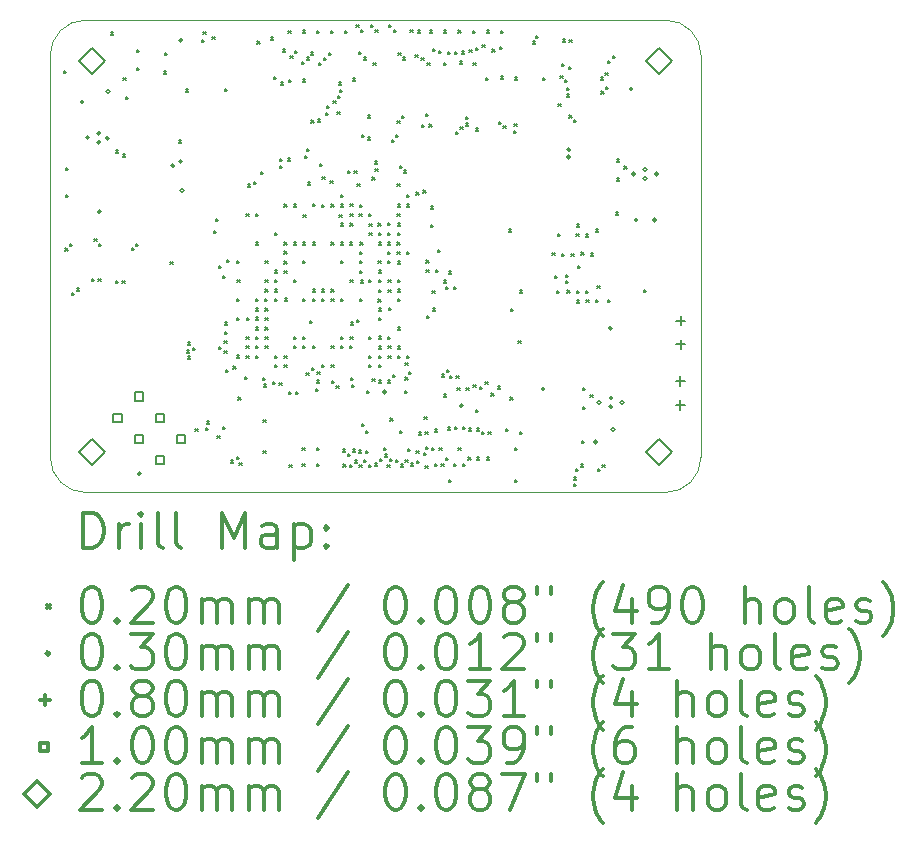
<source format=gbr>
%FSLAX45Y45*%
G04 Gerber Fmt 4.5, Leading zero omitted, Abs format (unit mm)*
G04 Created by KiCad (PCBNEW 5.1.9+dfsg1-1~bpo10+1) date 2021-11-14 15:52:21*
%MOMM*%
%LPD*%
G01*
G04 APERTURE LIST*
%TA.AperFunction,Profile*%
%ADD10C,0.100000*%
%TD*%
%ADD11C,0.200000*%
%ADD12C,0.300000*%
G04 APERTURE END LIST*
D10*
X14921000Y-10914499D02*
G75*
G02*
X14621000Y-11214500I-300000J0D01*
G01*
X14620999Y-7214500D02*
G75*
G02*
X14921000Y-7514500I1J-300001D01*
G01*
X9710000Y-11214500D02*
G75*
G02*
X9410000Y-10914500I0J300000D01*
G01*
X9410000Y-7514500D02*
G75*
G02*
X9710000Y-7214499I300000J0D01*
G01*
X14921000Y-10914499D02*
X14921000Y-7514500D01*
X9410000Y-10914500D02*
X9410000Y-7514500D01*
X9710000Y-11214500D02*
X14621000Y-11214500D01*
X9710000Y-7214500D02*
X14620999Y-7214500D01*
D11*
X9525000Y-7643000D02*
X9545000Y-7663000D01*
X9545000Y-7643000D02*
X9525000Y-7663000D01*
X9536696Y-9146304D02*
X9556696Y-9166304D01*
X9556696Y-9146304D02*
X9536696Y-9166304D01*
X9541000Y-8692000D02*
X9561000Y-8712000D01*
X9561000Y-8692000D02*
X9541000Y-8712000D01*
X9543000Y-8464000D02*
X9563000Y-8484000D01*
X9563000Y-8464000D02*
X9543000Y-8484000D01*
X9575304Y-9107696D02*
X9595304Y-9127696D01*
X9595304Y-9107696D02*
X9575304Y-9127696D01*
X9594303Y-9524511D02*
X9614303Y-9544511D01*
X9614303Y-9524511D02*
X9594303Y-9544511D01*
X9634304Y-9485696D02*
X9654304Y-9505696D01*
X9654304Y-9485696D02*
X9634304Y-9505696D01*
X9762700Y-9404000D02*
X9782700Y-9424000D01*
X9782700Y-9404000D02*
X9762700Y-9424000D01*
X9784003Y-9068003D02*
X9804003Y-9088003D01*
X9804003Y-9068003D02*
X9784003Y-9088003D01*
X9817300Y-9404000D02*
X9837300Y-9424000D01*
X9837300Y-9404000D02*
X9817300Y-9424000D01*
X9822612Y-9106612D02*
X9842612Y-9126612D01*
X9842612Y-9106612D02*
X9822612Y-9126612D01*
X9925000Y-7317000D02*
X9945000Y-7337000D01*
X9945000Y-7317000D02*
X9925000Y-7337000D01*
X9963495Y-8317863D02*
X9983495Y-8337863D01*
X9983495Y-8317863D02*
X9963495Y-8337863D01*
X9964700Y-9421000D02*
X9984700Y-9441000D01*
X9984700Y-9421000D02*
X9964700Y-9441000D01*
X10020285Y-9420015D02*
X10040285Y-9440015D01*
X10040285Y-9420015D02*
X10020285Y-9440015D01*
X10024000Y-8352000D02*
X10044000Y-8372000D01*
X10044000Y-8352000D02*
X10024000Y-8372000D01*
X10029000Y-7701000D02*
X10049000Y-7721000D01*
X10049000Y-7701000D02*
X10029000Y-7721000D01*
X10049000Y-7865000D02*
X10069000Y-7885000D01*
X10069000Y-7865000D02*
X10049000Y-7885000D01*
X10098696Y-9145304D02*
X10118696Y-9165304D01*
X10118696Y-9145304D02*
X10098696Y-9165304D01*
X10137304Y-9106696D02*
X10157304Y-9126696D01*
X10157304Y-9106696D02*
X10137304Y-9126696D01*
X10141000Y-7620000D02*
X10161000Y-7640000D01*
X10161000Y-7620000D02*
X10141000Y-7640000D01*
X10142000Y-7469000D02*
X10162000Y-7489000D01*
X10162000Y-7469000D02*
X10142000Y-7489000D01*
X10373000Y-7648000D02*
X10393000Y-7668000D01*
X10393000Y-7648000D02*
X10373000Y-7668000D01*
X10379000Y-7493000D02*
X10399000Y-7513000D01*
X10399000Y-7493000D02*
X10379000Y-7513000D01*
X10426000Y-9262000D02*
X10446000Y-9282000D01*
X10446000Y-9262000D02*
X10426000Y-9282000D01*
X10500651Y-8232749D02*
X10520651Y-8252749D01*
X10520651Y-8232749D02*
X10500651Y-8252749D01*
X10557000Y-7802000D02*
X10577000Y-7822000D01*
X10577000Y-7802000D02*
X10557000Y-7822000D01*
X10565414Y-10009833D02*
X10585414Y-10029833D01*
X10585414Y-10009833D02*
X10565414Y-10029833D01*
X10576347Y-9942331D02*
X10596347Y-9962331D01*
X10596347Y-9942331D02*
X10576347Y-9962331D01*
X10577940Y-10062978D02*
X10597940Y-10082978D01*
X10597940Y-10062978D02*
X10577940Y-10082978D01*
X10615313Y-9987001D02*
X10635313Y-10007001D01*
X10635313Y-9987001D02*
X10615313Y-10007001D01*
X10638497Y-10676361D02*
X10658497Y-10696361D01*
X10658497Y-10676361D02*
X10638497Y-10696361D01*
X10694000Y-7384000D02*
X10714000Y-7404000D01*
X10714000Y-7384000D02*
X10694000Y-7404000D01*
X10708000Y-7314000D02*
X10728000Y-7334000D01*
X10728000Y-7314000D02*
X10708000Y-7334000D01*
X10725353Y-10665563D02*
X10745353Y-10685563D01*
X10745353Y-10665563D02*
X10725353Y-10685563D01*
X10734900Y-10611803D02*
X10754900Y-10631803D01*
X10754900Y-10611803D02*
X10734900Y-10631803D01*
X10783000Y-7357000D02*
X10803000Y-7377000D01*
X10803000Y-7357000D02*
X10783000Y-7377000D01*
X10797000Y-8997000D02*
X10817000Y-9017000D01*
X10817000Y-8997000D02*
X10797000Y-9017000D01*
X10811000Y-8900000D02*
X10831000Y-8920000D01*
X10831000Y-8900000D02*
X10811000Y-8920000D01*
X10824438Y-10736303D02*
X10844438Y-10756303D01*
X10844438Y-10736303D02*
X10824438Y-10756303D01*
X10835402Y-9982576D02*
X10855402Y-10002576D01*
X10855402Y-9982576D02*
X10835402Y-10002576D01*
X10839000Y-9298000D02*
X10859000Y-9318000D01*
X10859000Y-9298000D02*
X10839000Y-9318000D01*
X10870196Y-10657293D02*
X10890196Y-10677293D01*
X10890196Y-10657293D02*
X10870196Y-10677293D01*
X10871949Y-9382000D02*
X10891949Y-9402000D01*
X10891949Y-9382000D02*
X10871949Y-9402000D01*
X10884000Y-9933000D02*
X10904000Y-9953000D01*
X10904000Y-9933000D02*
X10884000Y-9953000D01*
X10885000Y-10015000D02*
X10905000Y-10035000D01*
X10905000Y-10015000D02*
X10885000Y-10035000D01*
X10890000Y-9772998D02*
X10910000Y-9792998D01*
X10910000Y-9772998D02*
X10890000Y-9792998D01*
X10890349Y-7798000D02*
X10910349Y-7818000D01*
X10910349Y-7798000D02*
X10890349Y-7818000D01*
X10891000Y-9852999D02*
X10911000Y-9872999D01*
X10911000Y-9852999D02*
X10891000Y-9872999D01*
X10896859Y-10176272D02*
X10916859Y-10196272D01*
X10916859Y-10176272D02*
X10896859Y-10196272D01*
X10904000Y-9247000D02*
X10924000Y-9267000D01*
X10924000Y-9247000D02*
X10904000Y-9267000D01*
X10940916Y-10942338D02*
X10960916Y-10962338D01*
X10960916Y-10942338D02*
X10940916Y-10962338D01*
X10961800Y-10147553D02*
X10981800Y-10167553D01*
X10981800Y-10147553D02*
X10961800Y-10167553D01*
X10987951Y-10914160D02*
X11007951Y-10934160D01*
X11007951Y-10914160D02*
X10987951Y-10934160D01*
X10988972Y-9732972D02*
X11008972Y-9752972D01*
X11008972Y-9732972D02*
X10988972Y-9752972D01*
X10989948Y-10051898D02*
X11009948Y-10071898D01*
X11009948Y-10051898D02*
X10989948Y-10071898D01*
X10991000Y-9254999D02*
X11011000Y-9274999D01*
X11011000Y-9254999D02*
X10991000Y-9274999D01*
X10991285Y-9575285D02*
X11011285Y-9595285D01*
X11011285Y-9575285D02*
X10991285Y-9595285D01*
X10993000Y-9415000D02*
X11013000Y-9435000D01*
X11013000Y-9415000D02*
X10993000Y-9435000D01*
X11003271Y-10408248D02*
X11023271Y-10428248D01*
X11023271Y-10408248D02*
X11003271Y-10428248D01*
X11012281Y-10963096D02*
X11032281Y-10983096D01*
X11032281Y-10963096D02*
X11012281Y-10983096D01*
X11056057Y-10233246D02*
X11076057Y-10253246D01*
X11076057Y-10233246D02*
X11056057Y-10253246D01*
X11070999Y-10055002D02*
X11090999Y-10075002D01*
X11090999Y-10055002D02*
X11070999Y-10075002D01*
X11071000Y-8856000D02*
X11091000Y-8876000D01*
X11091000Y-8856000D02*
X11071000Y-8876000D01*
X11071000Y-9895000D02*
X11091000Y-9915000D01*
X11091000Y-9895000D02*
X11071000Y-9915000D01*
X11071000Y-9975001D02*
X11091000Y-9995001D01*
X11091000Y-9975001D02*
X11071000Y-9995001D01*
X11072547Y-9737586D02*
X11092547Y-9757586D01*
X11092547Y-9737586D02*
X11072547Y-9757586D01*
X11081000Y-8604000D02*
X11101000Y-8624000D01*
X11101000Y-8604000D02*
X11081000Y-8624000D01*
X11132813Y-8586459D02*
X11152813Y-8606459D01*
X11152813Y-8586459D02*
X11132813Y-8606459D01*
X11151000Y-9895000D02*
X11171000Y-9915000D01*
X11171000Y-9895000D02*
X11151000Y-9915000D01*
X11151000Y-8855000D02*
X11171000Y-8875000D01*
X11171000Y-8855000D02*
X11151000Y-8875000D01*
X11151000Y-9095000D02*
X11171000Y-9115000D01*
X11171000Y-9095000D02*
X11151000Y-9115000D01*
X11151000Y-9575000D02*
X11171000Y-9595000D01*
X11171000Y-9575000D02*
X11151000Y-9595000D01*
X11151000Y-9732000D02*
X11171000Y-9752000D01*
X11171000Y-9732000D02*
X11151000Y-9752000D01*
X11151000Y-9815000D02*
X11171000Y-9835000D01*
X11171000Y-9815000D02*
X11151000Y-9835000D01*
X11151000Y-9975000D02*
X11171000Y-9995000D01*
X11171000Y-9975000D02*
X11151000Y-9995000D01*
X11151000Y-10055000D02*
X11171000Y-10075000D01*
X11171000Y-10055000D02*
X11151000Y-10075000D01*
X11152000Y-9655000D02*
X11172000Y-9675000D01*
X11172000Y-9655000D02*
X11152000Y-9675000D01*
X11164000Y-7395000D02*
X11184000Y-7415000D01*
X11184000Y-7395000D02*
X11164000Y-7415000D01*
X11191000Y-8497000D02*
X11211000Y-8517000D01*
X11211000Y-8497000D02*
X11191000Y-8517000D01*
X11212261Y-10242115D02*
X11232261Y-10262115D01*
X11232261Y-10242115D02*
X11212261Y-10262115D01*
X11214299Y-10598967D02*
X11234299Y-10618967D01*
X11234299Y-10598967D02*
X11214299Y-10618967D01*
X11216000Y-10859000D02*
X11236000Y-10879000D01*
X11236000Y-10859000D02*
X11216000Y-10879000D01*
X11217497Y-10298611D02*
X11237497Y-10318611D01*
X11237497Y-10298611D02*
X11217497Y-10318611D01*
X11229000Y-9575000D02*
X11249000Y-9595000D01*
X11249000Y-9575000D02*
X11229000Y-9595000D01*
X11230000Y-9255000D02*
X11250000Y-9275000D01*
X11250000Y-9255000D02*
X11230000Y-9275000D01*
X11230000Y-9494000D02*
X11250000Y-9514000D01*
X11250000Y-9494000D02*
X11230000Y-9514000D01*
X11231000Y-9413000D02*
X11251000Y-9433000D01*
X11251000Y-9413000D02*
X11231000Y-9433000D01*
X11231000Y-9815000D02*
X11251000Y-9835000D01*
X11251000Y-9815000D02*
X11231000Y-9835000D01*
X11231000Y-9895000D02*
X11251000Y-9915000D01*
X11251000Y-9895000D02*
X11231000Y-9915000D01*
X11231000Y-9975000D02*
X11251000Y-9995000D01*
X11251000Y-9975000D02*
X11231000Y-9995000D01*
X11231135Y-9653999D02*
X11251135Y-9673999D01*
X11251135Y-9653999D02*
X11231135Y-9673999D01*
X11231702Y-9734995D02*
X11251702Y-9754995D01*
X11251702Y-9734995D02*
X11231702Y-9754995D01*
X11277000Y-7360000D02*
X11297000Y-7380000D01*
X11297000Y-7360000D02*
X11277000Y-7380000D01*
X11296590Y-10278898D02*
X11316590Y-10298898D01*
X11316590Y-10278898D02*
X11296590Y-10298898D01*
X11304000Y-7696000D02*
X11324000Y-7716000D01*
X11324000Y-7696000D02*
X11304000Y-7716000D01*
X11309357Y-10135000D02*
X11329357Y-10155000D01*
X11329357Y-10135000D02*
X11309357Y-10155000D01*
X11310367Y-9414001D02*
X11330367Y-9434001D01*
X11330367Y-9414001D02*
X11310367Y-9434001D01*
X11310997Y-10055000D02*
X11330997Y-10075000D01*
X11330997Y-10055000D02*
X11310997Y-10075000D01*
X11311000Y-9015000D02*
X11331000Y-9035000D01*
X11331000Y-9015000D02*
X11311000Y-9035000D01*
X11311000Y-9495000D02*
X11331000Y-9515000D01*
X11331000Y-9495000D02*
X11311000Y-9515000D01*
X11311658Y-9332000D02*
X11331658Y-9352000D01*
X11331658Y-9332000D02*
X11311658Y-9352000D01*
X11314000Y-9576000D02*
X11334000Y-9596000D01*
X11334000Y-9576000D02*
X11314000Y-9596000D01*
X11350829Y-10285177D02*
X11370829Y-10305177D01*
X11370829Y-10285177D02*
X11350829Y-10305177D01*
X11353000Y-8446000D02*
X11373000Y-8466000D01*
X11373000Y-8446000D02*
X11353000Y-8466000D01*
X11355000Y-8389000D02*
X11375000Y-8409000D01*
X11375000Y-8389000D02*
X11355000Y-8409000D01*
X11360000Y-7742000D02*
X11380000Y-7762000D01*
X11380000Y-7742000D02*
X11360000Y-7762000D01*
X11379000Y-7461000D02*
X11399000Y-7481000D01*
X11399000Y-7461000D02*
X11379000Y-7481000D01*
X11390999Y-10055000D02*
X11410999Y-10075000D01*
X11410999Y-10055000D02*
X11390999Y-10075000D01*
X11390999Y-8775000D02*
X11410999Y-8795000D01*
X11410999Y-8775000D02*
X11390999Y-8795000D01*
X11390999Y-10135000D02*
X11410999Y-10155000D01*
X11410999Y-10135000D02*
X11390999Y-10155000D01*
X11391000Y-9095000D02*
X11411000Y-9115000D01*
X11411000Y-9095000D02*
X11391000Y-9115000D01*
X11391095Y-9335973D02*
X11411095Y-9355973D01*
X11411095Y-9335973D02*
X11391095Y-9355973D01*
X11391267Y-9172999D02*
X11411267Y-9192999D01*
X11411267Y-9172999D02*
X11391267Y-9192999D01*
X11391517Y-9255972D02*
X11411517Y-9275972D01*
X11411517Y-9255972D02*
X11391517Y-9275972D01*
X11395401Y-9570599D02*
X11415401Y-9590599D01*
X11415401Y-9570599D02*
X11395401Y-9590599D01*
X11421000Y-8386000D02*
X11441000Y-8406000D01*
X11441000Y-8386000D02*
X11421000Y-8406000D01*
X11426000Y-7303000D02*
X11446000Y-7323000D01*
X11446000Y-7303000D02*
X11426000Y-7323000D01*
X11428000Y-7723000D02*
X11448000Y-7743000D01*
X11448000Y-7723000D02*
X11428000Y-7743000D01*
X11432591Y-10361677D02*
X11452591Y-10381677D01*
X11452591Y-10361677D02*
X11432591Y-10381677D01*
X11433822Y-10980297D02*
X11453822Y-11000297D01*
X11453822Y-10980297D02*
X11433822Y-11000297D01*
X11444000Y-7514999D02*
X11464000Y-7534999D01*
X11464000Y-7514999D02*
X11444000Y-7534999D01*
X11470259Y-8775000D02*
X11490259Y-8795000D01*
X11490259Y-8775000D02*
X11470259Y-8795000D01*
X11471000Y-9095000D02*
X11491000Y-9115000D01*
X11491000Y-9095000D02*
X11471000Y-9115000D01*
X11471000Y-9895000D02*
X11491000Y-9915000D01*
X11491000Y-9895000D02*
X11471000Y-9915000D01*
X11471000Y-9415000D02*
X11491000Y-9435000D01*
X11491000Y-9415000D02*
X11471000Y-9435000D01*
X11471000Y-9975000D02*
X11491000Y-9995000D01*
X11491000Y-9975000D02*
X11471000Y-9995000D01*
X11481537Y-7474998D02*
X11501537Y-7494998D01*
X11501537Y-7474998D02*
X11481537Y-7494998D01*
X11489000Y-10360000D02*
X11509000Y-10380000D01*
X11509000Y-10360000D02*
X11489000Y-10380000D01*
X11541563Y-7567882D02*
X11561563Y-7587882D01*
X11561563Y-7567882D02*
X11541563Y-7587882D01*
X11546000Y-10836000D02*
X11566000Y-10856000D01*
X11566000Y-10836000D02*
X11546000Y-10856000D01*
X11546071Y-10972884D02*
X11566071Y-10992884D01*
X11566071Y-10972884D02*
X11546071Y-10992884D01*
X11547000Y-7302000D02*
X11567000Y-7322000D01*
X11567000Y-7302000D02*
X11547000Y-7322000D01*
X11548002Y-7715000D02*
X11568002Y-7735000D01*
X11568002Y-7715000D02*
X11548002Y-7735000D01*
X11551000Y-9095000D02*
X11571000Y-9115000D01*
X11571000Y-9095000D02*
X11551000Y-9115000D01*
X11551000Y-9255000D02*
X11571000Y-9275000D01*
X11571000Y-9255000D02*
X11551000Y-9275000D01*
X11551000Y-9575000D02*
X11571000Y-9595000D01*
X11571000Y-9575000D02*
X11551000Y-9595000D01*
X11551000Y-9975000D02*
X11571000Y-9995000D01*
X11571000Y-9975000D02*
X11551000Y-9995000D01*
X11551000Y-9895000D02*
X11571000Y-9915000D01*
X11571000Y-9895000D02*
X11551000Y-9915000D01*
X11554041Y-8862970D02*
X11574041Y-8882970D01*
X11574041Y-8862970D02*
X11554041Y-8882970D01*
X11563759Y-8363401D02*
X11583759Y-8383401D01*
X11583759Y-8363401D02*
X11563759Y-8383401D01*
X11579991Y-10200783D02*
X11599991Y-10220783D01*
X11599991Y-10200783D02*
X11579991Y-10220783D01*
X11582651Y-8304651D02*
X11602651Y-8324651D01*
X11602651Y-8304651D02*
X11582651Y-8324651D01*
X11584104Y-7530737D02*
X11604104Y-7550737D01*
X11604104Y-7530737D02*
X11584104Y-7550737D01*
X11590000Y-8587000D02*
X11610000Y-8607000D01*
X11610000Y-8587000D02*
X11590000Y-8607000D01*
X11607419Y-9758581D02*
X11627419Y-9778581D01*
X11627419Y-9758581D02*
X11607419Y-9778581D01*
X11617028Y-7487179D02*
X11637028Y-7507179D01*
X11637028Y-7487179D02*
X11617028Y-7507179D01*
X11620776Y-8064782D02*
X11640776Y-8084782D01*
X11640776Y-8064782D02*
X11620776Y-8084782D01*
X11623761Y-10157013D02*
X11643761Y-10177013D01*
X11643761Y-10157013D02*
X11623761Y-10177013D01*
X11631000Y-9095000D02*
X11651000Y-9115000D01*
X11651000Y-9095000D02*
X11631000Y-9115000D01*
X11631000Y-9495000D02*
X11651000Y-9515000D01*
X11651000Y-9495000D02*
X11631000Y-9515000D01*
X11631000Y-9575000D02*
X11651000Y-9595000D01*
X11651000Y-9575000D02*
X11631000Y-9595000D01*
X11631000Y-9975000D02*
X11651000Y-9995000D01*
X11651000Y-9975000D02*
X11631000Y-9995000D01*
X11633063Y-8772937D02*
X11653063Y-8792937D01*
X11653063Y-8772937D02*
X11633063Y-8792937D01*
X11659344Y-10335751D02*
X11679344Y-10355751D01*
X11679344Y-10335751D02*
X11659344Y-10355751D01*
X11665993Y-10972884D02*
X11685993Y-10992884D01*
X11685993Y-10972884D02*
X11665993Y-10992884D01*
X11666000Y-7303000D02*
X11686000Y-7323000D01*
X11686000Y-7303000D02*
X11666000Y-7323000D01*
X11666000Y-10836000D02*
X11686000Y-10856000D01*
X11686000Y-10836000D02*
X11666000Y-10856000D01*
X11667412Y-10265952D02*
X11687412Y-10285952D01*
X11687412Y-10265952D02*
X11667412Y-10285952D01*
X11671000Y-10195000D02*
X11691000Y-10215000D01*
X11691000Y-10195000D02*
X11671000Y-10215000D01*
X11674270Y-8053840D02*
X11694270Y-8073840D01*
X11694270Y-8053840D02*
X11674270Y-8073840D01*
X11686000Y-7574000D02*
X11706000Y-7594000D01*
X11706000Y-7574000D02*
X11686000Y-7594000D01*
X11692349Y-8433000D02*
X11712349Y-8453000D01*
X11712349Y-8433000D02*
X11692349Y-8453000D01*
X11711000Y-8779171D02*
X11731000Y-8799171D01*
X11731000Y-8779171D02*
X11711000Y-8799171D01*
X11711000Y-9495001D02*
X11731000Y-9515001D01*
X11731000Y-9495001D02*
X11711000Y-9515001D01*
X11711000Y-9575002D02*
X11731000Y-9595002D01*
X11731000Y-9575002D02*
X11711000Y-9595002D01*
X11711000Y-10135000D02*
X11731000Y-10155000D01*
X11731000Y-10135000D02*
X11711000Y-10155000D01*
X11714000Y-8544000D02*
X11734000Y-8564000D01*
X11734000Y-8544000D02*
X11714000Y-8564000D01*
X11729000Y-7532000D02*
X11749000Y-7552000D01*
X11749000Y-7532000D02*
X11729000Y-7552000D01*
X11743999Y-7999540D02*
X11763999Y-8019540D01*
X11763999Y-7999540D02*
X11743999Y-8019540D01*
X11750000Y-7940000D02*
X11770000Y-7960000D01*
X11770000Y-7940000D02*
X11750000Y-7960000D01*
X11771355Y-7492999D02*
X11791355Y-7512999D01*
X11791355Y-7492999D02*
X11771355Y-7512999D01*
X11782598Y-8576523D02*
X11802598Y-8596523D01*
X11802598Y-8576523D02*
X11782598Y-8596523D01*
X11785000Y-7303000D02*
X11805000Y-7323000D01*
X11805000Y-7303000D02*
X11785000Y-7323000D01*
X11791000Y-8775000D02*
X11811000Y-8795000D01*
X11811000Y-8775000D02*
X11791000Y-8795000D01*
X11791000Y-9095000D02*
X11811000Y-9115000D01*
X11811000Y-9095000D02*
X11791000Y-9115000D01*
X11791000Y-9495000D02*
X11811000Y-9515000D01*
X11811000Y-9495000D02*
X11791000Y-9515000D01*
X11791000Y-9575000D02*
X11811000Y-9595000D01*
X11811000Y-9575000D02*
X11791000Y-9595000D01*
X11791000Y-9975000D02*
X11811000Y-9995000D01*
X11811000Y-9975000D02*
X11791000Y-9995000D01*
X11791000Y-10135000D02*
X11811000Y-10155000D01*
X11811000Y-10135000D02*
X11791000Y-10155000D01*
X11792297Y-10271391D02*
X11812297Y-10291391D01*
X11812297Y-10271391D02*
X11792297Y-10291391D01*
X11806696Y-7896304D02*
X11826696Y-7916304D01*
X11826696Y-7896304D02*
X11806696Y-7916304D01*
X11831724Y-10312664D02*
X11851724Y-10332664D01*
X11851724Y-10312664D02*
X11831724Y-10332664D01*
X11840000Y-7989000D02*
X11860000Y-8009000D01*
X11860000Y-7989000D02*
X11840000Y-8009000D01*
X11845304Y-7857696D02*
X11865304Y-7877696D01*
X11865304Y-7857696D02*
X11845304Y-7877696D01*
X11853000Y-7743000D02*
X11873000Y-7763000D01*
X11873000Y-7743000D02*
X11853000Y-7763000D01*
X11858536Y-8861046D02*
X11878536Y-8881046D01*
X11878536Y-8861046D02*
X11858536Y-8881046D01*
X11860696Y-7805304D02*
X11880696Y-7825304D01*
X11880696Y-7805304D02*
X11860696Y-7825304D01*
X11868000Y-8934000D02*
X11888000Y-8954000D01*
X11888000Y-8934000D02*
X11868000Y-8954000D01*
X11869215Y-8774215D02*
X11889215Y-8794215D01*
X11889215Y-8774215D02*
X11869215Y-8794215D01*
X11870000Y-8696000D02*
X11890000Y-8716000D01*
X11890000Y-8696000D02*
X11870000Y-8716000D01*
X11871000Y-9095000D02*
X11891000Y-9115000D01*
X11891000Y-9095000D02*
X11871000Y-9115000D01*
X11871000Y-9255000D02*
X11891000Y-9275000D01*
X11891000Y-9255000D02*
X11871000Y-9275000D01*
X11871000Y-9575000D02*
X11891000Y-9595000D01*
X11891000Y-9575000D02*
X11871000Y-9595000D01*
X11871000Y-9975000D02*
X11891000Y-9995000D01*
X11891000Y-9975000D02*
X11871000Y-9995000D01*
X11871100Y-9894325D02*
X11891100Y-9914325D01*
X11891100Y-9894325D02*
X11871100Y-9914325D01*
X11888869Y-10848206D02*
X11908869Y-10868206D01*
X11908869Y-10848206D02*
X11888869Y-10868206D01*
X11891258Y-10974791D02*
X11911258Y-10994791D01*
X11911258Y-10974791D02*
X11891258Y-10994791D01*
X11906000Y-7303000D02*
X11926000Y-7323000D01*
X11926000Y-7303000D02*
X11906000Y-7323000D01*
X11929209Y-10885002D02*
X11949209Y-10905002D01*
X11949209Y-10885002D02*
X11929209Y-10905002D01*
X11929691Y-8488840D02*
X11949691Y-8508840D01*
X11949691Y-8488840D02*
X11929691Y-8508840D01*
X11945724Y-10979858D02*
X11965724Y-10999858D01*
X11965724Y-10979858D02*
X11945724Y-10999858D01*
X11948640Y-9095000D02*
X11968640Y-9115000D01*
X11968640Y-9095000D02*
X11948640Y-9115000D01*
X11949326Y-9974716D02*
X11969326Y-9994716D01*
X11969326Y-9974716D02*
X11949326Y-9994716D01*
X11950000Y-8856000D02*
X11970000Y-8876000D01*
X11970000Y-8856000D02*
X11950000Y-8876000D01*
X11950505Y-8771302D02*
X11970505Y-8791302D01*
X11970505Y-8771302D02*
X11950505Y-8791302D01*
X11951000Y-8935000D02*
X11971000Y-8955000D01*
X11971000Y-8935000D02*
X11951000Y-8955000D01*
X11951000Y-9415000D02*
X11971000Y-9435000D01*
X11971000Y-9415000D02*
X11951000Y-9435000D01*
X11951000Y-9894715D02*
X11971000Y-9914715D01*
X11971000Y-9894715D02*
X11951000Y-9914715D01*
X11955115Y-10243115D02*
X11975115Y-10263115D01*
X11975115Y-10243115D02*
X11955115Y-10263115D01*
X11958000Y-9774000D02*
X11978000Y-9794000D01*
X11978000Y-9774000D02*
X11958000Y-9794000D01*
X11962527Y-10301995D02*
X11982527Y-10321995D01*
X11982527Y-10301995D02*
X11962527Y-10321995D01*
X11970000Y-7708000D02*
X11990000Y-7728000D01*
X11990000Y-7708000D02*
X11970000Y-7728000D01*
X11970001Y-10847960D02*
X11990001Y-10867960D01*
X11990001Y-10847960D02*
X11970001Y-10867960D01*
X11984262Y-8490654D02*
X12004262Y-8510654D01*
X12004262Y-8490654D02*
X11984262Y-8510654D01*
X11988276Y-10941776D02*
X12008276Y-10961776D01*
X12008276Y-10941776D02*
X11988276Y-10961776D01*
X12002023Y-7257190D02*
X12022023Y-7277190D01*
X12022023Y-7257190D02*
X12002023Y-7277190D01*
X12008000Y-9750000D02*
X12028000Y-9770000D01*
X12028000Y-9750000D02*
X12008000Y-9770000D01*
X12009000Y-8602000D02*
X12029000Y-8622000D01*
X12029000Y-8602000D02*
X12009000Y-8622000D01*
X12021115Y-7485115D02*
X12041115Y-7505115D01*
X12041115Y-7485115D02*
X12021115Y-7505115D01*
X12024536Y-10857003D02*
X12044536Y-10877003D01*
X12044536Y-10857003D02*
X12024536Y-10877003D01*
X12026149Y-8854009D02*
X12046149Y-8874009D01*
X12046149Y-8854009D02*
X12026149Y-8874009D01*
X12026534Y-10980872D02*
X12046534Y-11000872D01*
X12046534Y-10980872D02*
X12026534Y-11000872D01*
X12030656Y-8776760D02*
X12050656Y-8796760D01*
X12050656Y-8776760D02*
X12030656Y-8796760D01*
X12031000Y-9575000D02*
X12051000Y-9595000D01*
X12051000Y-9575000D02*
X12031000Y-9595000D01*
X12031000Y-9175000D02*
X12051000Y-9195000D01*
X12051000Y-9175000D02*
X12031000Y-9195000D01*
X12031000Y-9255000D02*
X12051000Y-9275000D01*
X12051000Y-9255000D02*
X12031000Y-9275000D01*
X12032261Y-9335999D02*
X12052261Y-9355999D01*
X12052261Y-9335999D02*
X12032261Y-9355999D01*
X12035941Y-9095613D02*
X12055941Y-9115613D01*
X12055941Y-9095613D02*
X12035941Y-9115613D01*
X12040307Y-9419378D02*
X12060307Y-9439378D01*
X12060307Y-9419378D02*
X12040307Y-9439378D01*
X12040870Y-7295560D02*
X12060870Y-7315560D01*
X12060870Y-7295560D02*
X12040870Y-7315560D01*
X12046229Y-8186751D02*
X12066229Y-8206751D01*
X12066229Y-8186751D02*
X12046229Y-8206751D01*
X12050174Y-10634486D02*
X12070174Y-10654486D01*
X12070174Y-10634486D02*
X12050174Y-10654486D01*
X12064885Y-7528885D02*
X12084885Y-7548885D01*
X12084885Y-7528885D02*
X12064885Y-7548885D01*
X12066544Y-10939001D02*
X12086544Y-10959001D01*
X12086544Y-10939001D02*
X12066544Y-10959001D01*
X12080000Y-10859000D02*
X12100000Y-10879000D01*
X12100000Y-10859000D02*
X12080000Y-10879000D01*
X12082951Y-10693301D02*
X12102951Y-10713301D01*
X12102951Y-10693301D02*
X12082951Y-10713301D01*
X12091147Y-10355274D02*
X12111147Y-10375274D01*
X12111147Y-10355274D02*
X12091147Y-10375274D01*
X12096790Y-8207364D02*
X12116790Y-8227364D01*
X12116790Y-8207364D02*
X12096790Y-8227364D01*
X12100000Y-8021960D02*
X12120000Y-8041960D01*
X12120000Y-8021960D02*
X12100000Y-8041960D01*
X12106150Y-8855533D02*
X12126150Y-8875533D01*
X12126150Y-8855533D02*
X12106150Y-8875533D01*
X12106586Y-10980585D02*
X12126586Y-11000585D01*
X12126586Y-10980585D02*
X12106586Y-11000585D01*
X12107999Y-10132121D02*
X12127999Y-10152121D01*
X12127999Y-10132121D02*
X12107999Y-10152121D01*
X12108999Y-10055426D02*
X12128999Y-10075426D01*
X12128999Y-10055426D02*
X12108999Y-10075426D01*
X12109999Y-9416069D02*
X12129999Y-9436069D01*
X12129999Y-9416069D02*
X12109999Y-9436069D01*
X12110070Y-9897639D02*
X12130070Y-9917639D01*
X12130070Y-9897639D02*
X12110070Y-9917639D01*
X12111000Y-9015000D02*
X12131000Y-9035000D01*
X12131000Y-9015000D02*
X12111000Y-9035000D01*
X12111873Y-8937697D02*
X12131873Y-8957697D01*
X12131873Y-8937697D02*
X12111873Y-8957697D01*
X12125143Y-7257080D02*
X12145143Y-7277080D01*
X12145143Y-7257080D02*
X12125143Y-7277080D01*
X12137824Y-10250001D02*
X12157824Y-10270001D01*
X12157824Y-10250001D02*
X12137824Y-10270001D01*
X12137934Y-8544535D02*
X12157934Y-8564535D01*
X12157934Y-8544535D02*
X12137934Y-8564535D01*
X12145000Y-7575000D02*
X12165000Y-7595000D01*
X12165000Y-7575000D02*
X12145000Y-7595000D01*
X12157656Y-8411494D02*
X12177656Y-8431494D01*
X12177656Y-8411494D02*
X12157656Y-8431494D01*
X12159505Y-10967139D02*
X12179505Y-10987139D01*
X12179505Y-10967139D02*
X12159505Y-10987139D01*
X12161715Y-8475285D02*
X12181715Y-8495285D01*
X12181715Y-8475285D02*
X12161715Y-8495285D01*
X12163569Y-7295870D02*
X12183569Y-7315870D01*
X12183569Y-7295870D02*
X12163569Y-7315870D01*
X12186994Y-8935000D02*
X12206994Y-8955000D01*
X12206994Y-8935000D02*
X12186994Y-8955000D01*
X12187674Y-9579001D02*
X12207674Y-9599001D01*
X12207674Y-9579001D02*
X12187674Y-9599001D01*
X12188699Y-9254001D02*
X12208699Y-9274001D01*
X12208699Y-9254001D02*
X12188699Y-9274001D01*
X12190331Y-9655855D02*
X12210331Y-9675855D01*
X12210331Y-9655855D02*
X12190331Y-9675855D01*
X12190771Y-10263340D02*
X12210771Y-10283340D01*
X12210771Y-10263340D02*
X12190771Y-10283340D01*
X12191000Y-9015000D02*
X12211000Y-9035000D01*
X12211000Y-9015000D02*
X12191000Y-9035000D01*
X12191000Y-9095000D02*
X12211000Y-9115000D01*
X12211000Y-9095000D02*
X12191000Y-9115000D01*
X12191000Y-9414000D02*
X12211000Y-9434000D01*
X12211000Y-9414000D02*
X12191000Y-9434000D01*
X12191001Y-10056214D02*
X12211001Y-10076214D01*
X12211001Y-10056214D02*
X12191001Y-10076214D01*
X12191001Y-10135000D02*
X12211001Y-10155000D01*
X12211001Y-10135000D02*
X12191001Y-10155000D01*
X12191446Y-9334002D02*
X12211446Y-9354002D01*
X12211446Y-9334002D02*
X12191446Y-9354002D01*
X12191652Y-9976840D02*
X12211652Y-9996840D01*
X12211652Y-9976840D02*
X12191652Y-9996840D01*
X12191962Y-9498990D02*
X12211962Y-9518990D01*
X12211962Y-9498990D02*
X12191962Y-9518990D01*
X12192561Y-9892427D02*
X12212561Y-9912427D01*
X12212561Y-9892427D02*
X12192561Y-9912427D01*
X12194097Y-9735906D02*
X12214097Y-9755906D01*
X12214097Y-9735906D02*
X12194097Y-9755906D01*
X12201767Y-10927736D02*
X12221767Y-10947736D01*
X12221767Y-10927736D02*
X12201767Y-10947736D01*
X12237402Y-10836000D02*
X12257402Y-10856000D01*
X12257402Y-10836000D02*
X12237402Y-10856000D01*
X12241990Y-10890811D02*
X12261990Y-10910811D01*
X12261990Y-10890811D02*
X12241990Y-10910811D01*
X12264908Y-10981273D02*
X12284908Y-11001273D01*
X12284908Y-10981273D02*
X12264908Y-11001273D01*
X12266833Y-9014929D02*
X12286833Y-9034929D01*
X12286833Y-9014929D02*
X12266833Y-9034929D01*
X12267336Y-9254472D02*
X12287336Y-9274472D01*
X12287336Y-9254472D02*
X12267336Y-9274472D01*
X12269000Y-9176000D02*
X12289000Y-9196000D01*
X12289000Y-9176000D02*
X12269000Y-9196000D01*
X12270001Y-8933401D02*
X12290001Y-8953401D01*
X12290001Y-8933401D02*
X12270001Y-8953401D01*
X12270423Y-9898609D02*
X12290423Y-9918609D01*
X12290423Y-9898609D02*
X12270423Y-9918609D01*
X12270772Y-10263865D02*
X12290772Y-10283865D01*
X12290772Y-10263865D02*
X12270772Y-10283865D01*
X12271000Y-9095000D02*
X12291000Y-9115000D01*
X12291000Y-9095000D02*
X12271000Y-9115000D01*
X12271950Y-10054977D02*
X12291950Y-10074977D01*
X12291950Y-10054977D02*
X12271950Y-10074977D01*
X12271964Y-9496104D02*
X12291964Y-9516104D01*
X12291964Y-9496104D02*
X12271964Y-9516104D01*
X12271999Y-9973000D02*
X12291999Y-9993000D01*
X12291999Y-9973000D02*
X12271999Y-9993000D01*
X12274001Y-9414000D02*
X12294001Y-9434000D01*
X12294001Y-9414000D02*
X12274001Y-9434000D01*
X12275001Y-9649113D02*
X12295001Y-9669113D01*
X12295001Y-9649113D02*
X12275001Y-9669113D01*
X12278481Y-7257253D02*
X12298481Y-7277253D01*
X12298481Y-7257253D02*
X12278481Y-7277253D01*
X12282970Y-10926893D02*
X12302970Y-10946893D01*
X12302970Y-10926893D02*
X12282970Y-10946893D01*
X12289278Y-10588001D02*
X12309278Y-10608001D01*
X12309278Y-10588001D02*
X12289278Y-10608001D01*
X12302732Y-8230762D02*
X12322732Y-8250762D01*
X12322732Y-8230762D02*
X12302732Y-8250762D01*
X12310773Y-10218767D02*
X12330773Y-10238767D01*
X12330773Y-10218767D02*
X12310773Y-10238767D01*
X12317304Y-7297254D02*
X12337304Y-7317254D01*
X12337304Y-7297254D02*
X12317304Y-7317254D01*
X12335000Y-8186000D02*
X12355000Y-8206000D01*
X12355000Y-8186000D02*
X12335000Y-8206000D01*
X12336621Y-10937694D02*
X12356621Y-10957694D01*
X12356621Y-10937694D02*
X12336621Y-10957694D01*
X12348000Y-9175000D02*
X12368000Y-9195000D01*
X12368000Y-9175000D02*
X12348000Y-9195000D01*
X12349000Y-9095000D02*
X12369000Y-9115000D01*
X12369000Y-9095000D02*
X12349000Y-9115000D01*
X12350000Y-8065947D02*
X12370000Y-8085947D01*
X12370000Y-8065947D02*
X12350000Y-8085947D01*
X12350000Y-8603000D02*
X12370000Y-8623000D01*
X12370000Y-8603000D02*
X12350000Y-8623000D01*
X12350000Y-8856000D02*
X12370000Y-8876000D01*
X12370000Y-8856000D02*
X12350000Y-8876000D01*
X12351000Y-8775000D02*
X12371000Y-8795000D01*
X12371000Y-8775000D02*
X12351000Y-8795000D01*
X12351000Y-9414000D02*
X12371000Y-9434000D01*
X12371000Y-9414000D02*
X12351000Y-9434000D01*
X12351951Y-10056504D02*
X12371951Y-10076504D01*
X12371951Y-10056504D02*
X12351951Y-10076504D01*
X12352001Y-9256000D02*
X12372001Y-9276000D01*
X12372001Y-9256000D02*
X12352001Y-9276000D01*
X12352001Y-9574000D02*
X12372001Y-9594000D01*
X12372001Y-9574000D02*
X12352001Y-9594000D01*
X12352285Y-9493715D02*
X12372285Y-9513715D01*
X12372285Y-9493715D02*
X12352285Y-9513715D01*
X12353633Y-9816501D02*
X12373633Y-9836501D01*
X12373633Y-9816501D02*
X12353633Y-9836501D01*
X12353785Y-9015215D02*
X12373785Y-9035215D01*
X12373785Y-9015215D02*
X12353785Y-9035215D01*
X12354000Y-9976000D02*
X12374000Y-9996000D01*
X12374000Y-9976000D02*
X12354000Y-9996000D01*
X12354561Y-8935622D02*
X12374561Y-8955622D01*
X12374561Y-8935622D02*
X12354561Y-8955622D01*
X12358084Y-7491143D02*
X12378084Y-7511143D01*
X12378084Y-7491143D02*
X12358084Y-7511143D01*
X12367946Y-8446946D02*
X12387946Y-8466946D01*
X12387946Y-8446946D02*
X12367946Y-8466946D01*
X12369562Y-10694442D02*
X12389562Y-10714442D01*
X12389562Y-10694442D02*
X12369562Y-10714442D01*
X12376904Y-10975236D02*
X12396904Y-10995236D01*
X12396904Y-10975236D02*
X12376904Y-10995236D01*
X12387000Y-8023000D02*
X12407000Y-8043000D01*
X12407000Y-8023000D02*
X12387000Y-8043000D01*
X12396941Y-7529502D02*
X12416941Y-7549502D01*
X12416941Y-7529502D02*
X12396941Y-7549502D01*
X12406554Y-8485554D02*
X12426554Y-8505554D01*
X12426554Y-8485554D02*
X12406554Y-8505554D01*
X12410624Y-10351289D02*
X12430624Y-10371289D01*
X12430624Y-10351289D02*
X12410624Y-10371289D01*
X12416175Y-10238611D02*
X12436175Y-10258611D01*
X12436175Y-10238611D02*
X12416175Y-10258611D01*
X12416623Y-10937368D02*
X12436623Y-10957368D01*
X12436623Y-10937368D02*
X12416623Y-10957368D01*
X12418113Y-10117453D02*
X12438113Y-10137453D01*
X12438113Y-10117453D02*
X12418113Y-10137453D01*
X12429999Y-10055177D02*
X12449999Y-10075177D01*
X12449999Y-10055177D02*
X12429999Y-10075177D01*
X12431000Y-8775000D02*
X12451000Y-8795000D01*
X12451000Y-8775000D02*
X12431000Y-8795000D01*
X12431000Y-9175000D02*
X12451000Y-9195000D01*
X12451000Y-9175000D02*
X12431000Y-9195000D01*
X12432104Y-8695001D02*
X12452104Y-8715001D01*
X12452104Y-8695001D02*
X12432104Y-8715001D01*
X12439000Y-10845000D02*
X12459000Y-10865000D01*
X12459000Y-10845000D02*
X12439000Y-10865000D01*
X12444783Y-10192104D02*
X12464783Y-10212104D01*
X12464783Y-10192104D02*
X12444783Y-10212104D01*
X12460000Y-7299000D02*
X12480000Y-7319000D01*
X12480000Y-7299000D02*
X12460000Y-7319000D01*
X12462283Y-10967308D02*
X12482283Y-10987308D01*
X12482283Y-10967308D02*
X12462283Y-10987308D01*
X12502507Y-7506699D02*
X12522507Y-7526699D01*
X12522507Y-7506699D02*
X12502507Y-7526699D01*
X12509000Y-10860999D02*
X12529000Y-10880999D01*
X12529000Y-10860999D02*
X12509000Y-10880999D01*
X12510000Y-8674000D02*
X12530000Y-8694000D01*
X12530000Y-8674000D02*
X12510000Y-8694000D01*
X12512689Y-10946320D02*
X12532689Y-10966320D01*
X12532689Y-10946320D02*
X12512689Y-10966320D01*
X12521000Y-7300000D02*
X12541000Y-7320000D01*
X12541000Y-7300000D02*
X12521000Y-7320000D01*
X12530406Y-10705006D02*
X12550406Y-10725006D01*
X12550406Y-10705006D02*
X12530406Y-10725006D01*
X12550816Y-7533973D02*
X12570816Y-7553973D01*
X12570816Y-7533973D02*
X12550816Y-7553973D01*
X12554000Y-8102000D02*
X12574000Y-8122000D01*
X12574000Y-8102000D02*
X12554000Y-8122000D01*
X12568000Y-8655000D02*
X12588000Y-8675000D01*
X12588000Y-8655000D02*
X12568000Y-8675000D01*
X12573878Y-10878308D02*
X12593878Y-10898308D01*
X12593878Y-10878308D02*
X12573878Y-10898308D01*
X12577831Y-10573169D02*
X12597831Y-10593169D01*
X12597831Y-10573169D02*
X12577831Y-10593169D01*
X12584815Y-10987629D02*
X12604815Y-11007629D01*
X12604815Y-10987629D02*
X12584815Y-11007629D01*
X12584942Y-10702348D02*
X12604942Y-10722348D01*
X12604942Y-10702348D02*
X12584942Y-10722348D01*
X12589175Y-10825893D02*
X12609175Y-10845893D01*
X12609175Y-10825893D02*
X12589175Y-10845893D01*
X12589383Y-8008755D02*
X12609383Y-8028755D01*
X12609383Y-8008755D02*
X12589383Y-8028755D01*
X12593950Y-9328999D02*
X12613950Y-9348999D01*
X12613950Y-9328999D02*
X12593950Y-9348999D01*
X12595407Y-9248998D02*
X12615407Y-9268998D01*
X12615407Y-9248998D02*
X12595407Y-9268998D01*
X12598446Y-9721055D02*
X12618446Y-9741055D01*
X12618446Y-9721055D02*
X12598446Y-9741055D01*
X12604005Y-7573974D02*
X12624005Y-7593974D01*
X12624005Y-7573974D02*
X12604005Y-7593974D01*
X12621000Y-8097000D02*
X12641000Y-8117000D01*
X12641000Y-8097000D02*
X12621000Y-8117000D01*
X12625000Y-7301000D02*
X12645000Y-7321000D01*
X12645000Y-7301000D02*
X12625000Y-7321000D01*
X12630000Y-8793000D02*
X12650000Y-8813000D01*
X12650000Y-8793000D02*
X12630000Y-8813000D01*
X12632387Y-8949386D02*
X12652387Y-8969386D01*
X12652387Y-8949386D02*
X12632387Y-8969386D01*
X12642354Y-10838274D02*
X12662354Y-10858274D01*
X12662354Y-10838274D02*
X12642354Y-10858274D01*
X12644686Y-9504412D02*
X12664686Y-9524412D01*
X12664686Y-9504412D02*
X12644686Y-9524412D01*
X12647009Y-9653847D02*
X12667009Y-9673847D01*
X12667009Y-9653847D02*
X12647009Y-9673847D01*
X12649512Y-7455828D02*
X12669512Y-7475828D01*
X12669512Y-7455828D02*
X12649512Y-7475828D01*
X12665570Y-10679511D02*
X12685570Y-10699511D01*
X12685570Y-10679511D02*
X12665570Y-10699511D01*
X12667000Y-10972000D02*
X12687000Y-10992000D01*
X12687000Y-10972000D02*
X12667000Y-10992000D01*
X12673951Y-9330248D02*
X12693951Y-9350248D01*
X12693951Y-9330248D02*
X12673951Y-9350248D01*
X12690598Y-9161001D02*
X12710598Y-9181001D01*
X12710598Y-9161001D02*
X12690598Y-9181001D01*
X12701000Y-7474000D02*
X12721000Y-7494000D01*
X12721000Y-7474000D02*
X12701000Y-7494000D01*
X12705000Y-10836000D02*
X12725000Y-10856000D01*
X12725000Y-10836000D02*
X12705000Y-10856000D01*
X12721589Y-10973151D02*
X12741589Y-10993151D01*
X12741589Y-10973151D02*
X12721589Y-10993151D01*
X12727993Y-10214098D02*
X12747993Y-10234098D01*
X12747993Y-10214098D02*
X12727993Y-10234098D01*
X12740845Y-9419115D02*
X12760845Y-9439115D01*
X12760845Y-9419115D02*
X12740845Y-9439115D01*
X12744636Y-10383355D02*
X12764636Y-10403355D01*
X12764636Y-10383355D02*
X12744636Y-10403355D01*
X12745000Y-7300000D02*
X12765000Y-7320000D01*
X12765000Y-7300000D02*
X12745000Y-7320000D01*
X12745000Y-7576000D02*
X12765000Y-7596000D01*
X12765000Y-7576000D02*
X12745000Y-7596000D01*
X12758415Y-9471122D02*
X12778415Y-9491122D01*
X12778415Y-9471122D02*
X12758415Y-9491122D01*
X12762215Y-10920001D02*
X12782215Y-10940001D01*
X12782215Y-10920001D02*
X12762215Y-10940001D01*
X12767950Y-10176392D02*
X12787950Y-10196392D01*
X12787950Y-10176392D02*
X12767950Y-10196392D01*
X12774850Y-7481600D02*
X12794850Y-7501600D01*
X12794850Y-7481600D02*
X12774850Y-7501600D01*
X12777000Y-10664000D02*
X12797000Y-10684000D01*
X12797000Y-10664000D02*
X12777000Y-10684000D01*
X12786000Y-11106000D02*
X12806000Y-11126000D01*
X12806000Y-11106000D02*
X12786000Y-11126000D01*
X12787000Y-9341000D02*
X12807000Y-9361000D01*
X12807000Y-9341000D02*
X12787000Y-9361000D01*
X12795333Y-10227723D02*
X12815333Y-10247723D01*
X12815333Y-10227723D02*
X12795333Y-10247723D01*
X12826000Y-10972884D02*
X12846000Y-10992884D01*
X12846000Y-10972884D02*
X12826000Y-10992884D01*
X12830000Y-9474000D02*
X12850000Y-9494000D01*
X12850000Y-9474000D02*
X12830000Y-9494000D01*
X12835000Y-10658000D02*
X12855000Y-10678000D01*
X12855000Y-10658000D02*
X12835000Y-10678000D01*
X12836750Y-7481600D02*
X12856750Y-7501600D01*
X12856750Y-7481600D02*
X12836750Y-7501600D01*
X12842205Y-8163459D02*
X12862205Y-8183459D01*
X12862205Y-8163459D02*
X12842205Y-8183459D01*
X12849934Y-10224191D02*
X12869934Y-10244191D01*
X12869934Y-10224191D02*
X12849934Y-10244191D01*
X12857905Y-10329594D02*
X12877905Y-10349594D01*
X12877905Y-10329594D02*
X12857905Y-10349594D01*
X12866000Y-7301000D02*
X12886000Y-7321000D01*
X12886000Y-7301000D02*
X12866000Y-7321000D01*
X12867000Y-10836000D02*
X12887000Y-10856000D01*
X12887000Y-10836000D02*
X12867000Y-10856000D01*
X12877639Y-7563319D02*
X12897639Y-7583319D01*
X12897639Y-7563319D02*
X12877639Y-7583319D01*
X12882206Y-8118499D02*
X12902206Y-8138499D01*
X12902206Y-8118499D02*
X12882206Y-8138499D01*
X12895318Y-7478036D02*
X12915318Y-7498036D01*
X12915318Y-7478036D02*
X12895318Y-7498036D01*
X12902804Y-10658197D02*
X12922804Y-10678197D01*
X12922804Y-10658197D02*
X12902804Y-10678197D01*
X12905000Y-10973000D02*
X12925000Y-10993000D01*
X12925000Y-10973000D02*
X12905000Y-10993000D01*
X12928000Y-8032700D02*
X12948000Y-8052700D01*
X12948000Y-8032700D02*
X12928000Y-8052700D01*
X12928000Y-8087300D02*
X12948000Y-8107300D01*
X12948000Y-8087300D02*
X12928000Y-8107300D01*
X12932957Y-10329556D02*
X12952957Y-10349556D01*
X12952957Y-10329556D02*
X12932957Y-10349556D01*
X12949001Y-10916000D02*
X12969001Y-10936000D01*
X12969001Y-10916000D02*
X12949001Y-10936000D01*
X12956035Y-10670355D02*
X12976035Y-10690355D01*
X12976035Y-10670355D02*
X12956035Y-10690355D01*
X12957834Y-7465810D02*
X12977834Y-7485810D01*
X12977834Y-7465810D02*
X12957834Y-7485810D01*
X12986000Y-7303000D02*
X13006000Y-7323000D01*
X13006000Y-7303000D02*
X12986000Y-7323000D01*
X12993398Y-7576051D02*
X13013398Y-7596051D01*
X13013398Y-7576051D02*
X12993398Y-7596051D01*
X12994003Y-10301502D02*
X13014003Y-10321502D01*
X13014003Y-10301502D02*
X12994003Y-10321502D01*
X13012901Y-7447150D02*
X13032901Y-7467150D01*
X13032901Y-7447150D02*
X13012901Y-7467150D01*
X13015000Y-8131000D02*
X13035000Y-8151000D01*
X13035000Y-8131000D02*
X13015000Y-8151000D01*
X13015000Y-10515000D02*
X13035000Y-10535000D01*
X13035000Y-10515000D02*
X13015000Y-10535000D01*
X13023000Y-10671205D02*
X13043000Y-10691205D01*
X13043000Y-10671205D02*
X13023000Y-10691205D01*
X13024000Y-10916000D02*
X13044000Y-10936000D01*
X13044000Y-10916000D02*
X13024000Y-10936000D01*
X13046006Y-10318147D02*
X13066006Y-10338147D01*
X13066006Y-10318147D02*
X13046006Y-10338147D01*
X13066000Y-10702000D02*
X13086000Y-10722000D01*
X13086000Y-10702000D02*
X13066000Y-10722000D01*
X13067610Y-7425583D02*
X13087610Y-7445583D01*
X13087610Y-7425583D02*
X13067610Y-7445583D01*
X13093000Y-10275000D02*
X13113000Y-10295000D01*
X13113000Y-10275000D02*
X13093000Y-10295000D01*
X13101000Y-7703000D02*
X13121000Y-7723000D01*
X13121000Y-7703000D02*
X13101000Y-7723000D01*
X13106000Y-10916000D02*
X13126000Y-10936000D01*
X13126000Y-10916000D02*
X13106000Y-10936000D01*
X13107000Y-7300000D02*
X13127000Y-7320000D01*
X13127000Y-7300000D02*
X13107000Y-7320000D01*
X13118000Y-10701000D02*
X13138000Y-10721000D01*
X13138000Y-10701000D02*
X13118000Y-10721000D01*
X13145330Y-10376299D02*
X13165330Y-10396299D01*
X13165330Y-10376299D02*
X13145330Y-10396299D01*
X13153050Y-7462950D02*
X13173050Y-7482950D01*
X13173050Y-7462950D02*
X13153050Y-7482950D01*
X13199256Y-10314454D02*
X13219256Y-10334454D01*
X13219256Y-10314454D02*
X13199256Y-10334454D01*
X13207696Y-8073696D02*
X13227696Y-8093696D01*
X13227696Y-8073696D02*
X13207696Y-8093696D01*
X13219593Y-7438554D02*
X13239593Y-7458554D01*
X13239593Y-7438554D02*
X13219593Y-7458554D01*
X13225000Y-7303000D02*
X13245000Y-7323000D01*
X13245000Y-7303000D02*
X13225000Y-7323000D01*
X13226491Y-7691949D02*
X13246491Y-7711949D01*
X13246491Y-7691949D02*
X13226491Y-7711949D01*
X13246304Y-8112304D02*
X13266304Y-8132304D01*
X13266304Y-8112304D02*
X13246304Y-8132304D01*
X13265000Y-10676000D02*
X13285000Y-10696000D01*
X13285000Y-10676000D02*
X13265000Y-10696000D01*
X13293000Y-8987000D02*
X13313000Y-9007000D01*
X13313000Y-8987000D02*
X13293000Y-9007000D01*
X13307292Y-10407496D02*
X13327292Y-10427496D01*
X13327292Y-10407496D02*
X13307292Y-10427496D01*
X13308000Y-9659000D02*
X13328000Y-9679000D01*
X13328000Y-9659000D02*
X13308000Y-9679000D01*
X13338000Y-8150000D02*
X13358000Y-8170000D01*
X13358000Y-8150000D02*
X13338000Y-8170000D01*
X13339215Y-8092215D02*
X13359215Y-8112215D01*
X13359215Y-8092215D02*
X13339215Y-8112215D01*
X13343535Y-7700271D02*
X13363535Y-7720271D01*
X13363535Y-7700271D02*
X13343535Y-7720271D01*
X13346000Y-10836000D02*
X13366000Y-10856000D01*
X13366000Y-10836000D02*
X13346000Y-10856000D01*
X13346000Y-11107000D02*
X13366000Y-11127000D01*
X13366000Y-11107000D02*
X13346000Y-11127000D01*
X13375000Y-9930000D02*
X13395000Y-9950000D01*
X13395000Y-9930000D02*
X13375000Y-9950000D01*
X13384681Y-9503690D02*
X13404681Y-9523690D01*
X13404681Y-9503690D02*
X13384681Y-9523690D01*
X13386000Y-10702000D02*
X13406000Y-10722000D01*
X13406000Y-10702000D02*
X13386000Y-10722000D01*
X13495000Y-7395000D02*
X13515000Y-7415000D01*
X13515000Y-7395000D02*
X13495000Y-7415000D01*
X13522180Y-7347587D02*
X13542180Y-7367587D01*
X13542180Y-7347587D02*
X13522180Y-7367587D01*
X13578884Y-7701298D02*
X13598884Y-7721298D01*
X13598884Y-7701298D02*
X13578884Y-7721298D01*
X13661717Y-9186757D02*
X13681717Y-9206757D01*
X13681717Y-9186757D02*
X13661717Y-9206757D01*
X13682000Y-9381000D02*
X13702000Y-9401000D01*
X13702000Y-9381000D02*
X13682000Y-9401000D01*
X13702080Y-9504908D02*
X13722080Y-9524908D01*
X13722080Y-9504908D02*
X13702080Y-9524908D01*
X13708000Y-9026000D02*
X13728000Y-9046000D01*
X13728000Y-9026000D02*
X13708000Y-9046000D01*
X13711000Y-7926000D02*
X13731000Y-7946000D01*
X13731000Y-7926000D02*
X13711000Y-7946000D01*
X13730616Y-7684469D02*
X13750616Y-7704469D01*
X13750616Y-7684469D02*
X13730616Y-7704469D01*
X13741718Y-9193833D02*
X13761718Y-9213833D01*
X13761718Y-9193833D02*
X13741718Y-9213833D01*
X13744000Y-7584000D02*
X13764000Y-7604000D01*
X13764000Y-7584000D02*
X13744000Y-7604000D01*
X13749683Y-7378433D02*
X13769683Y-7398433D01*
X13769683Y-7378433D02*
X13749683Y-7398433D01*
X13769224Y-7723078D02*
X13789224Y-7743078D01*
X13789224Y-7723078D02*
X13769224Y-7743078D01*
X13773000Y-9423008D02*
X13793000Y-9443008D01*
X13793000Y-9423008D02*
X13773000Y-9443008D01*
X13777000Y-9370000D02*
X13797000Y-9390000D01*
X13797000Y-9370000D02*
X13777000Y-9390000D01*
X13785000Y-7789999D02*
X13805000Y-7809999D01*
X13805000Y-7789999D02*
X13785000Y-7809999D01*
X13785000Y-7844599D02*
X13805000Y-7864599D01*
X13805000Y-7844599D02*
X13785000Y-7864599D01*
X13789000Y-9503000D02*
X13809000Y-9523000D01*
X13809000Y-9503000D02*
X13789000Y-9523000D01*
X13800390Y-7608001D02*
X13820390Y-7628001D01*
X13820390Y-7608001D02*
X13800390Y-7628001D01*
X13804000Y-7384000D02*
X13824000Y-7404000D01*
X13824000Y-7384000D02*
X13804000Y-7404000D01*
X13806696Y-8020696D02*
X13826696Y-8040696D01*
X13826696Y-8020696D02*
X13806696Y-8040696D01*
X13821719Y-9193559D02*
X13841719Y-9213559D01*
X13841719Y-9193559D02*
X13821719Y-9213559D01*
X13841000Y-11084700D02*
X13861000Y-11104700D01*
X13861000Y-11084700D02*
X13841000Y-11104700D01*
X13841000Y-11139300D02*
X13861000Y-11159300D01*
X13861000Y-11139300D02*
X13841000Y-11159300D01*
X13845304Y-8059304D02*
X13865304Y-8079304D01*
X13865304Y-8059304D02*
X13845304Y-8079304D01*
X13862696Y-11013304D02*
X13882696Y-11033304D01*
X13882696Y-11013304D02*
X13862696Y-11033304D01*
X13866000Y-9024000D02*
X13886000Y-9044000D01*
X13886000Y-9024000D02*
X13866000Y-9044000D01*
X13866712Y-9588718D02*
X13886712Y-9608718D01*
X13886712Y-9588718D02*
X13866712Y-9608718D01*
X13867000Y-8943000D02*
X13887000Y-8963000D01*
X13887000Y-8943000D02*
X13867000Y-8963000D01*
X13867000Y-9506999D02*
X13887000Y-9526999D01*
X13887000Y-9506999D02*
X13867000Y-9526999D01*
X13877000Y-9294000D02*
X13897000Y-9314000D01*
X13897000Y-9294000D02*
X13877000Y-9314000D01*
X13901304Y-10974696D02*
X13921304Y-10994696D01*
X13921304Y-10974696D02*
X13901304Y-10994696D01*
X13907000Y-9181999D02*
X13927000Y-9201999D01*
X13927000Y-9181999D02*
X13907000Y-9201999D01*
X13910000Y-10776500D02*
X13930000Y-10796500D01*
X13930000Y-10776500D02*
X13910000Y-10796500D01*
X13920000Y-10489000D02*
X13940000Y-10509000D01*
X13940000Y-10489000D02*
X13920000Y-10509000D01*
X13920000Y-10326500D02*
X13940000Y-10346500D01*
X13940000Y-10326500D02*
X13920000Y-10346500D01*
X13942754Y-9505500D02*
X13962754Y-9525500D01*
X13962754Y-9505500D02*
X13942754Y-9525500D01*
X13947000Y-9028000D02*
X13967000Y-9048000D01*
X13967000Y-9028000D02*
X13947000Y-9048000D01*
X13948813Y-9583184D02*
X13968813Y-9603184D01*
X13968813Y-9583184D02*
X13948813Y-9603184D01*
X13982500Y-10386500D02*
X14002500Y-10406500D01*
X14002500Y-10386500D02*
X13982500Y-10406500D01*
X13987001Y-9188392D02*
X14007001Y-9208392D01*
X14007001Y-9188392D02*
X13987001Y-9208392D01*
X14030000Y-9585000D02*
X14050000Y-9605000D01*
X14050000Y-9585000D02*
X14030000Y-9605000D01*
X14030999Y-8985000D02*
X14050999Y-9005000D01*
X14050999Y-8985000D02*
X14030999Y-9005000D01*
X14041000Y-9467000D02*
X14061000Y-9487000D01*
X14061000Y-9467000D02*
X14041000Y-9487000D01*
X14044696Y-11016304D02*
X14064696Y-11036304D01*
X14064696Y-11016304D02*
X14044696Y-11036304D01*
X14071196Y-7699804D02*
X14091196Y-7719804D01*
X14091196Y-7699804D02*
X14071196Y-7719804D01*
X14075735Y-7819080D02*
X14095735Y-7839080D01*
X14095735Y-7819080D02*
X14075735Y-7839080D01*
X14083304Y-10977696D02*
X14103304Y-10997696D01*
X14103304Y-10977696D02*
X14083304Y-10997696D01*
X14109804Y-7661196D02*
X14129804Y-7681196D01*
X14129804Y-7661196D02*
X14109804Y-7681196D01*
X14115735Y-7780265D02*
X14135735Y-7800265D01*
X14135735Y-7780265D02*
X14115735Y-7800265D01*
X14132696Y-7558304D02*
X14152696Y-7578304D01*
X14152696Y-7558304D02*
X14132696Y-7578304D01*
X14133000Y-9584000D02*
X14153000Y-9604000D01*
X14153000Y-9584000D02*
X14133000Y-9604000D01*
X14171304Y-7518999D02*
X14191304Y-7538999D01*
X14191304Y-7518999D02*
X14171304Y-7538999D01*
X14199500Y-8842500D02*
X14219500Y-8862500D01*
X14219500Y-8842500D02*
X14199500Y-8862500D01*
X14209500Y-8555000D02*
X14229500Y-8575000D01*
X14229500Y-8555000D02*
X14209500Y-8575000D01*
X14209500Y-8392500D02*
X14229500Y-8412500D01*
X14229500Y-8392500D02*
X14209500Y-8412500D01*
X14272000Y-8452500D02*
X14292000Y-8472500D01*
X14292000Y-8452500D02*
X14272000Y-8472500D01*
X14438000Y-9497000D02*
X14458000Y-9517000D01*
X14458000Y-9497000D02*
X14438000Y-9517000D01*
X9694000Y-7908000D02*
G75*
G03*
X9694000Y-7908000I-15000J0D01*
G01*
X9741500Y-8210000D02*
G75*
G03*
X9741500Y-8210000I-15000J0D01*
G01*
X9836500Y-8172500D02*
G75*
G03*
X9836500Y-8172500I-15000J0D01*
G01*
X9836500Y-8247500D02*
G75*
G03*
X9836500Y-8247500I-15000J0D01*
G01*
X9841500Y-8837500D02*
G75*
G03*
X9841500Y-8837500I-15000J0D01*
G01*
X9909000Y-8215000D02*
G75*
G03*
X9909000Y-8215000I-15000J0D01*
G01*
X9914000Y-7820000D02*
G75*
G03*
X9914000Y-7820000I-15000J0D01*
G01*
X10178000Y-11055000D02*
G75*
G03*
X10178000Y-11055000I-15000J0D01*
G01*
X10463000Y-8448000D02*
G75*
G03*
X10463000Y-8448000I-15000J0D01*
G01*
X10529000Y-7386000D02*
G75*
G03*
X10529000Y-7386000I-15000J0D01*
G01*
X10529000Y-8412000D02*
G75*
G03*
X10529000Y-8412000I-15000J0D01*
G01*
X10540000Y-8658000D02*
G75*
G03*
X10540000Y-8658000I-15000J0D01*
G01*
X12256001Y-10364262D02*
G75*
G03*
X12256001Y-10364262I-15000J0D01*
G01*
X12905230Y-10481051D02*
G75*
G03*
X12905230Y-10481051I-15000J0D01*
G01*
X13597570Y-10337062D02*
G75*
G03*
X13597570Y-10337062I-15000J0D01*
G01*
X13813000Y-8373000D02*
G75*
G03*
X13813000Y-8373000I-15000J0D01*
G01*
X13814500Y-8312500D02*
G75*
G03*
X13814500Y-8312500I-15000J0D01*
G01*
X14041878Y-10788378D02*
G75*
G03*
X14041878Y-10788378I-15000J0D01*
G01*
X14072501Y-10451500D02*
G75*
G03*
X14072501Y-10451500I-15000J0D01*
G01*
X14167500Y-9824000D02*
G75*
G03*
X14167500Y-9824000I-15000J0D01*
G01*
X14172500Y-10414000D02*
G75*
G03*
X14172500Y-10414000I-15000J0D01*
G01*
X14172500Y-10489000D02*
G75*
G03*
X14172500Y-10489000I-15000J0D01*
G01*
X14189000Y-10681000D02*
G75*
G03*
X14189000Y-10681000I-15000J0D01*
G01*
X14267500Y-10451500D02*
G75*
G03*
X14267500Y-10451500I-15000J0D01*
G01*
X14342000Y-7798000D02*
G75*
G03*
X14342000Y-7798000I-15000J0D01*
G01*
X14362001Y-8517500D02*
G75*
G03*
X14362001Y-8517500I-15000J0D01*
G01*
X14384500Y-8907500D02*
G75*
G03*
X14384500Y-8907500I-15000J0D01*
G01*
X14462000Y-8480000D02*
G75*
G03*
X14462000Y-8480000I-15000J0D01*
G01*
X14462000Y-8555000D02*
G75*
G03*
X14462000Y-8555000I-15000J0D01*
G01*
X14539500Y-8907500D02*
G75*
G03*
X14539500Y-8907500I-15000J0D01*
G01*
X14557000Y-8517500D02*
G75*
G03*
X14557000Y-8517500I-15000J0D01*
G01*
X14746000Y-10232000D02*
X14746000Y-10312000D01*
X14706000Y-10272000D02*
X14786000Y-10272000D01*
X14746000Y-10432000D02*
X14746000Y-10512000D01*
X14706000Y-10472000D02*
X14786000Y-10472000D01*
X14748000Y-9720000D02*
X14748000Y-9800000D01*
X14708000Y-9760000D02*
X14788000Y-9760000D01*
X14748000Y-9920000D02*
X14748000Y-10000000D01*
X14708000Y-9960000D02*
X14788000Y-9960000D01*
X10016751Y-10616961D02*
X10016751Y-10546249D01*
X9946039Y-10546249D01*
X9946039Y-10616961D01*
X10016751Y-10616961D01*
X10196356Y-10437356D02*
X10196356Y-10366644D01*
X10125644Y-10366644D01*
X10125644Y-10437356D01*
X10196356Y-10437356D01*
X10196356Y-10796566D02*
X10196356Y-10725855D01*
X10125644Y-10725855D01*
X10125644Y-10796566D01*
X10196356Y-10796566D01*
X10375961Y-10616961D02*
X10375961Y-10546249D01*
X10305249Y-10546249D01*
X10305249Y-10616961D01*
X10375961Y-10616961D01*
X10375961Y-10976171D02*
X10375961Y-10905460D01*
X10305249Y-10905460D01*
X10305249Y-10976171D01*
X10375961Y-10976171D01*
X10555566Y-10796566D02*
X10555566Y-10725855D01*
X10484855Y-10725855D01*
X10484855Y-10796566D01*
X10555566Y-10796566D01*
X9762000Y-10982360D02*
X9872000Y-10872360D01*
X9762000Y-10762360D01*
X9652000Y-10872360D01*
X9762000Y-10982360D01*
X9762000Y-7674500D02*
X9872000Y-7564500D01*
X9762000Y-7454500D01*
X9652000Y-7564500D01*
X9762000Y-7674500D01*
X14562000Y-7674500D02*
X14672000Y-7564500D01*
X14562000Y-7454500D01*
X14452000Y-7564500D01*
X14562000Y-7674500D01*
X14562000Y-10982000D02*
X14672000Y-10872000D01*
X14562000Y-10762000D01*
X14452000Y-10872000D01*
X14562000Y-10982000D01*
D12*
X9691428Y-11685214D02*
X9691428Y-11385214D01*
X9762857Y-11385214D01*
X9805714Y-11399500D01*
X9834286Y-11428071D01*
X9848571Y-11456643D01*
X9862857Y-11513786D01*
X9862857Y-11556643D01*
X9848571Y-11613786D01*
X9834286Y-11642357D01*
X9805714Y-11670929D01*
X9762857Y-11685214D01*
X9691428Y-11685214D01*
X9991428Y-11685214D02*
X9991428Y-11485214D01*
X9991428Y-11542357D02*
X10005714Y-11513786D01*
X10020000Y-11499500D01*
X10048571Y-11485214D01*
X10077143Y-11485214D01*
X10177143Y-11685214D02*
X10177143Y-11485214D01*
X10177143Y-11385214D02*
X10162857Y-11399500D01*
X10177143Y-11413786D01*
X10191428Y-11399500D01*
X10177143Y-11385214D01*
X10177143Y-11413786D01*
X10362857Y-11685214D02*
X10334286Y-11670929D01*
X10320000Y-11642357D01*
X10320000Y-11385214D01*
X10520000Y-11685214D02*
X10491428Y-11670929D01*
X10477143Y-11642357D01*
X10477143Y-11385214D01*
X10862857Y-11685214D02*
X10862857Y-11385214D01*
X10962857Y-11599500D01*
X11062857Y-11385214D01*
X11062857Y-11685214D01*
X11334286Y-11685214D02*
X11334286Y-11528071D01*
X11320000Y-11499500D01*
X11291428Y-11485214D01*
X11234286Y-11485214D01*
X11205714Y-11499500D01*
X11334286Y-11670929D02*
X11305714Y-11685214D01*
X11234286Y-11685214D01*
X11205714Y-11670929D01*
X11191428Y-11642357D01*
X11191428Y-11613786D01*
X11205714Y-11585214D01*
X11234286Y-11570929D01*
X11305714Y-11570929D01*
X11334286Y-11556643D01*
X11477143Y-11485214D02*
X11477143Y-11785214D01*
X11477143Y-11499500D02*
X11505714Y-11485214D01*
X11562857Y-11485214D01*
X11591428Y-11499500D01*
X11605714Y-11513786D01*
X11620000Y-11542357D01*
X11620000Y-11628071D01*
X11605714Y-11656643D01*
X11591428Y-11670929D01*
X11562857Y-11685214D01*
X11505714Y-11685214D01*
X11477143Y-11670929D01*
X11748571Y-11656643D02*
X11762857Y-11670929D01*
X11748571Y-11685214D01*
X11734286Y-11670929D01*
X11748571Y-11656643D01*
X11748571Y-11685214D01*
X11748571Y-11499500D02*
X11762857Y-11513786D01*
X11748571Y-11528071D01*
X11734286Y-11513786D01*
X11748571Y-11499500D01*
X11748571Y-11528071D01*
X9385000Y-12169500D02*
X9405000Y-12189500D01*
X9405000Y-12169500D02*
X9385000Y-12189500D01*
X9748571Y-12015214D02*
X9777143Y-12015214D01*
X9805714Y-12029500D01*
X9820000Y-12043786D01*
X9834286Y-12072357D01*
X9848571Y-12129500D01*
X9848571Y-12200929D01*
X9834286Y-12258071D01*
X9820000Y-12286643D01*
X9805714Y-12300929D01*
X9777143Y-12315214D01*
X9748571Y-12315214D01*
X9720000Y-12300929D01*
X9705714Y-12286643D01*
X9691428Y-12258071D01*
X9677143Y-12200929D01*
X9677143Y-12129500D01*
X9691428Y-12072357D01*
X9705714Y-12043786D01*
X9720000Y-12029500D01*
X9748571Y-12015214D01*
X9977143Y-12286643D02*
X9991428Y-12300929D01*
X9977143Y-12315214D01*
X9962857Y-12300929D01*
X9977143Y-12286643D01*
X9977143Y-12315214D01*
X10105714Y-12043786D02*
X10120000Y-12029500D01*
X10148571Y-12015214D01*
X10220000Y-12015214D01*
X10248571Y-12029500D01*
X10262857Y-12043786D01*
X10277143Y-12072357D01*
X10277143Y-12100929D01*
X10262857Y-12143786D01*
X10091428Y-12315214D01*
X10277143Y-12315214D01*
X10462857Y-12015214D02*
X10491428Y-12015214D01*
X10520000Y-12029500D01*
X10534286Y-12043786D01*
X10548571Y-12072357D01*
X10562857Y-12129500D01*
X10562857Y-12200929D01*
X10548571Y-12258071D01*
X10534286Y-12286643D01*
X10520000Y-12300929D01*
X10491428Y-12315214D01*
X10462857Y-12315214D01*
X10434286Y-12300929D01*
X10420000Y-12286643D01*
X10405714Y-12258071D01*
X10391428Y-12200929D01*
X10391428Y-12129500D01*
X10405714Y-12072357D01*
X10420000Y-12043786D01*
X10434286Y-12029500D01*
X10462857Y-12015214D01*
X10691428Y-12315214D02*
X10691428Y-12115214D01*
X10691428Y-12143786D02*
X10705714Y-12129500D01*
X10734286Y-12115214D01*
X10777143Y-12115214D01*
X10805714Y-12129500D01*
X10820000Y-12158071D01*
X10820000Y-12315214D01*
X10820000Y-12158071D02*
X10834286Y-12129500D01*
X10862857Y-12115214D01*
X10905714Y-12115214D01*
X10934286Y-12129500D01*
X10948571Y-12158071D01*
X10948571Y-12315214D01*
X11091428Y-12315214D02*
X11091428Y-12115214D01*
X11091428Y-12143786D02*
X11105714Y-12129500D01*
X11134286Y-12115214D01*
X11177143Y-12115214D01*
X11205714Y-12129500D01*
X11220000Y-12158071D01*
X11220000Y-12315214D01*
X11220000Y-12158071D02*
X11234286Y-12129500D01*
X11262857Y-12115214D01*
X11305714Y-12115214D01*
X11334286Y-12129500D01*
X11348571Y-12158071D01*
X11348571Y-12315214D01*
X11934286Y-12000929D02*
X11677143Y-12386643D01*
X12320000Y-12015214D02*
X12348571Y-12015214D01*
X12377143Y-12029500D01*
X12391428Y-12043786D01*
X12405714Y-12072357D01*
X12420000Y-12129500D01*
X12420000Y-12200929D01*
X12405714Y-12258071D01*
X12391428Y-12286643D01*
X12377143Y-12300929D01*
X12348571Y-12315214D01*
X12320000Y-12315214D01*
X12291428Y-12300929D01*
X12277143Y-12286643D01*
X12262857Y-12258071D01*
X12248571Y-12200929D01*
X12248571Y-12129500D01*
X12262857Y-12072357D01*
X12277143Y-12043786D01*
X12291428Y-12029500D01*
X12320000Y-12015214D01*
X12548571Y-12286643D02*
X12562857Y-12300929D01*
X12548571Y-12315214D01*
X12534286Y-12300929D01*
X12548571Y-12286643D01*
X12548571Y-12315214D01*
X12748571Y-12015214D02*
X12777143Y-12015214D01*
X12805714Y-12029500D01*
X12820000Y-12043786D01*
X12834286Y-12072357D01*
X12848571Y-12129500D01*
X12848571Y-12200929D01*
X12834286Y-12258071D01*
X12820000Y-12286643D01*
X12805714Y-12300929D01*
X12777143Y-12315214D01*
X12748571Y-12315214D01*
X12720000Y-12300929D01*
X12705714Y-12286643D01*
X12691428Y-12258071D01*
X12677143Y-12200929D01*
X12677143Y-12129500D01*
X12691428Y-12072357D01*
X12705714Y-12043786D01*
X12720000Y-12029500D01*
X12748571Y-12015214D01*
X13034286Y-12015214D02*
X13062857Y-12015214D01*
X13091428Y-12029500D01*
X13105714Y-12043786D01*
X13120000Y-12072357D01*
X13134286Y-12129500D01*
X13134286Y-12200929D01*
X13120000Y-12258071D01*
X13105714Y-12286643D01*
X13091428Y-12300929D01*
X13062857Y-12315214D01*
X13034286Y-12315214D01*
X13005714Y-12300929D01*
X12991428Y-12286643D01*
X12977143Y-12258071D01*
X12962857Y-12200929D01*
X12962857Y-12129500D01*
X12977143Y-12072357D01*
X12991428Y-12043786D01*
X13005714Y-12029500D01*
X13034286Y-12015214D01*
X13305714Y-12143786D02*
X13277143Y-12129500D01*
X13262857Y-12115214D01*
X13248571Y-12086643D01*
X13248571Y-12072357D01*
X13262857Y-12043786D01*
X13277143Y-12029500D01*
X13305714Y-12015214D01*
X13362857Y-12015214D01*
X13391428Y-12029500D01*
X13405714Y-12043786D01*
X13420000Y-12072357D01*
X13420000Y-12086643D01*
X13405714Y-12115214D01*
X13391428Y-12129500D01*
X13362857Y-12143786D01*
X13305714Y-12143786D01*
X13277143Y-12158071D01*
X13262857Y-12172357D01*
X13248571Y-12200929D01*
X13248571Y-12258071D01*
X13262857Y-12286643D01*
X13277143Y-12300929D01*
X13305714Y-12315214D01*
X13362857Y-12315214D01*
X13391428Y-12300929D01*
X13405714Y-12286643D01*
X13420000Y-12258071D01*
X13420000Y-12200929D01*
X13405714Y-12172357D01*
X13391428Y-12158071D01*
X13362857Y-12143786D01*
X13534286Y-12015214D02*
X13534286Y-12072357D01*
X13648571Y-12015214D02*
X13648571Y-12072357D01*
X14091428Y-12429500D02*
X14077143Y-12415214D01*
X14048571Y-12372357D01*
X14034286Y-12343786D01*
X14020000Y-12300929D01*
X14005714Y-12229500D01*
X14005714Y-12172357D01*
X14020000Y-12100929D01*
X14034286Y-12058071D01*
X14048571Y-12029500D01*
X14077143Y-11986643D01*
X14091428Y-11972357D01*
X14334286Y-12115214D02*
X14334286Y-12315214D01*
X14262857Y-12000929D02*
X14191428Y-12215214D01*
X14377143Y-12215214D01*
X14505714Y-12315214D02*
X14562857Y-12315214D01*
X14591428Y-12300929D01*
X14605714Y-12286643D01*
X14634286Y-12243786D01*
X14648571Y-12186643D01*
X14648571Y-12072357D01*
X14634286Y-12043786D01*
X14620000Y-12029500D01*
X14591428Y-12015214D01*
X14534286Y-12015214D01*
X14505714Y-12029500D01*
X14491428Y-12043786D01*
X14477143Y-12072357D01*
X14477143Y-12143786D01*
X14491428Y-12172357D01*
X14505714Y-12186643D01*
X14534286Y-12200929D01*
X14591428Y-12200929D01*
X14620000Y-12186643D01*
X14634286Y-12172357D01*
X14648571Y-12143786D01*
X14834286Y-12015214D02*
X14862857Y-12015214D01*
X14891428Y-12029500D01*
X14905714Y-12043786D01*
X14920000Y-12072357D01*
X14934286Y-12129500D01*
X14934286Y-12200929D01*
X14920000Y-12258071D01*
X14905714Y-12286643D01*
X14891428Y-12300929D01*
X14862857Y-12315214D01*
X14834286Y-12315214D01*
X14805714Y-12300929D01*
X14791428Y-12286643D01*
X14777143Y-12258071D01*
X14762857Y-12200929D01*
X14762857Y-12129500D01*
X14777143Y-12072357D01*
X14791428Y-12043786D01*
X14805714Y-12029500D01*
X14834286Y-12015214D01*
X15291428Y-12315214D02*
X15291428Y-12015214D01*
X15420000Y-12315214D02*
X15420000Y-12158071D01*
X15405714Y-12129500D01*
X15377143Y-12115214D01*
X15334286Y-12115214D01*
X15305714Y-12129500D01*
X15291428Y-12143786D01*
X15605714Y-12315214D02*
X15577143Y-12300929D01*
X15562857Y-12286643D01*
X15548571Y-12258071D01*
X15548571Y-12172357D01*
X15562857Y-12143786D01*
X15577143Y-12129500D01*
X15605714Y-12115214D01*
X15648571Y-12115214D01*
X15677143Y-12129500D01*
X15691428Y-12143786D01*
X15705714Y-12172357D01*
X15705714Y-12258071D01*
X15691428Y-12286643D01*
X15677143Y-12300929D01*
X15648571Y-12315214D01*
X15605714Y-12315214D01*
X15877143Y-12315214D02*
X15848571Y-12300929D01*
X15834286Y-12272357D01*
X15834286Y-12015214D01*
X16105714Y-12300929D02*
X16077143Y-12315214D01*
X16020000Y-12315214D01*
X15991428Y-12300929D01*
X15977143Y-12272357D01*
X15977143Y-12158071D01*
X15991428Y-12129500D01*
X16020000Y-12115214D01*
X16077143Y-12115214D01*
X16105714Y-12129500D01*
X16120000Y-12158071D01*
X16120000Y-12186643D01*
X15977143Y-12215214D01*
X16234286Y-12300929D02*
X16262857Y-12315214D01*
X16320000Y-12315214D01*
X16348571Y-12300929D01*
X16362857Y-12272357D01*
X16362857Y-12258071D01*
X16348571Y-12229500D01*
X16320000Y-12215214D01*
X16277143Y-12215214D01*
X16248571Y-12200929D01*
X16234286Y-12172357D01*
X16234286Y-12158071D01*
X16248571Y-12129500D01*
X16277143Y-12115214D01*
X16320000Y-12115214D01*
X16348571Y-12129500D01*
X16462857Y-12429500D02*
X16477143Y-12415214D01*
X16505714Y-12372357D01*
X16520000Y-12343786D01*
X16534286Y-12300929D01*
X16548571Y-12229500D01*
X16548571Y-12172357D01*
X16534286Y-12100929D01*
X16520000Y-12058071D01*
X16505714Y-12029500D01*
X16477143Y-11986643D01*
X16462857Y-11972357D01*
X9405000Y-12575500D02*
G75*
G03*
X9405000Y-12575500I-15000J0D01*
G01*
X9748571Y-12411214D02*
X9777143Y-12411214D01*
X9805714Y-12425500D01*
X9820000Y-12439786D01*
X9834286Y-12468357D01*
X9848571Y-12525500D01*
X9848571Y-12596929D01*
X9834286Y-12654071D01*
X9820000Y-12682643D01*
X9805714Y-12696929D01*
X9777143Y-12711214D01*
X9748571Y-12711214D01*
X9720000Y-12696929D01*
X9705714Y-12682643D01*
X9691428Y-12654071D01*
X9677143Y-12596929D01*
X9677143Y-12525500D01*
X9691428Y-12468357D01*
X9705714Y-12439786D01*
X9720000Y-12425500D01*
X9748571Y-12411214D01*
X9977143Y-12682643D02*
X9991428Y-12696929D01*
X9977143Y-12711214D01*
X9962857Y-12696929D01*
X9977143Y-12682643D01*
X9977143Y-12711214D01*
X10091428Y-12411214D02*
X10277143Y-12411214D01*
X10177143Y-12525500D01*
X10220000Y-12525500D01*
X10248571Y-12539786D01*
X10262857Y-12554071D01*
X10277143Y-12582643D01*
X10277143Y-12654071D01*
X10262857Y-12682643D01*
X10248571Y-12696929D01*
X10220000Y-12711214D01*
X10134286Y-12711214D01*
X10105714Y-12696929D01*
X10091428Y-12682643D01*
X10462857Y-12411214D02*
X10491428Y-12411214D01*
X10520000Y-12425500D01*
X10534286Y-12439786D01*
X10548571Y-12468357D01*
X10562857Y-12525500D01*
X10562857Y-12596929D01*
X10548571Y-12654071D01*
X10534286Y-12682643D01*
X10520000Y-12696929D01*
X10491428Y-12711214D01*
X10462857Y-12711214D01*
X10434286Y-12696929D01*
X10420000Y-12682643D01*
X10405714Y-12654071D01*
X10391428Y-12596929D01*
X10391428Y-12525500D01*
X10405714Y-12468357D01*
X10420000Y-12439786D01*
X10434286Y-12425500D01*
X10462857Y-12411214D01*
X10691428Y-12711214D02*
X10691428Y-12511214D01*
X10691428Y-12539786D02*
X10705714Y-12525500D01*
X10734286Y-12511214D01*
X10777143Y-12511214D01*
X10805714Y-12525500D01*
X10820000Y-12554071D01*
X10820000Y-12711214D01*
X10820000Y-12554071D02*
X10834286Y-12525500D01*
X10862857Y-12511214D01*
X10905714Y-12511214D01*
X10934286Y-12525500D01*
X10948571Y-12554071D01*
X10948571Y-12711214D01*
X11091428Y-12711214D02*
X11091428Y-12511214D01*
X11091428Y-12539786D02*
X11105714Y-12525500D01*
X11134286Y-12511214D01*
X11177143Y-12511214D01*
X11205714Y-12525500D01*
X11220000Y-12554071D01*
X11220000Y-12711214D01*
X11220000Y-12554071D02*
X11234286Y-12525500D01*
X11262857Y-12511214D01*
X11305714Y-12511214D01*
X11334286Y-12525500D01*
X11348571Y-12554071D01*
X11348571Y-12711214D01*
X11934286Y-12396929D02*
X11677143Y-12782643D01*
X12320000Y-12411214D02*
X12348571Y-12411214D01*
X12377143Y-12425500D01*
X12391428Y-12439786D01*
X12405714Y-12468357D01*
X12420000Y-12525500D01*
X12420000Y-12596929D01*
X12405714Y-12654071D01*
X12391428Y-12682643D01*
X12377143Y-12696929D01*
X12348571Y-12711214D01*
X12320000Y-12711214D01*
X12291428Y-12696929D01*
X12277143Y-12682643D01*
X12262857Y-12654071D01*
X12248571Y-12596929D01*
X12248571Y-12525500D01*
X12262857Y-12468357D01*
X12277143Y-12439786D01*
X12291428Y-12425500D01*
X12320000Y-12411214D01*
X12548571Y-12682643D02*
X12562857Y-12696929D01*
X12548571Y-12711214D01*
X12534286Y-12696929D01*
X12548571Y-12682643D01*
X12548571Y-12711214D01*
X12748571Y-12411214D02*
X12777143Y-12411214D01*
X12805714Y-12425500D01*
X12820000Y-12439786D01*
X12834286Y-12468357D01*
X12848571Y-12525500D01*
X12848571Y-12596929D01*
X12834286Y-12654071D01*
X12820000Y-12682643D01*
X12805714Y-12696929D01*
X12777143Y-12711214D01*
X12748571Y-12711214D01*
X12720000Y-12696929D01*
X12705714Y-12682643D01*
X12691428Y-12654071D01*
X12677143Y-12596929D01*
X12677143Y-12525500D01*
X12691428Y-12468357D01*
X12705714Y-12439786D01*
X12720000Y-12425500D01*
X12748571Y-12411214D01*
X13134286Y-12711214D02*
X12962857Y-12711214D01*
X13048571Y-12711214D02*
X13048571Y-12411214D01*
X13020000Y-12454071D01*
X12991428Y-12482643D01*
X12962857Y-12496929D01*
X13248571Y-12439786D02*
X13262857Y-12425500D01*
X13291428Y-12411214D01*
X13362857Y-12411214D01*
X13391428Y-12425500D01*
X13405714Y-12439786D01*
X13420000Y-12468357D01*
X13420000Y-12496929D01*
X13405714Y-12539786D01*
X13234286Y-12711214D01*
X13420000Y-12711214D01*
X13534286Y-12411214D02*
X13534286Y-12468357D01*
X13648571Y-12411214D02*
X13648571Y-12468357D01*
X14091428Y-12825500D02*
X14077143Y-12811214D01*
X14048571Y-12768357D01*
X14034286Y-12739786D01*
X14020000Y-12696929D01*
X14005714Y-12625500D01*
X14005714Y-12568357D01*
X14020000Y-12496929D01*
X14034286Y-12454071D01*
X14048571Y-12425500D01*
X14077143Y-12382643D01*
X14091428Y-12368357D01*
X14177143Y-12411214D02*
X14362857Y-12411214D01*
X14262857Y-12525500D01*
X14305714Y-12525500D01*
X14334286Y-12539786D01*
X14348571Y-12554071D01*
X14362857Y-12582643D01*
X14362857Y-12654071D01*
X14348571Y-12682643D01*
X14334286Y-12696929D01*
X14305714Y-12711214D01*
X14220000Y-12711214D01*
X14191428Y-12696929D01*
X14177143Y-12682643D01*
X14648571Y-12711214D02*
X14477143Y-12711214D01*
X14562857Y-12711214D02*
X14562857Y-12411214D01*
X14534286Y-12454071D01*
X14505714Y-12482643D01*
X14477143Y-12496929D01*
X15005714Y-12711214D02*
X15005714Y-12411214D01*
X15134286Y-12711214D02*
X15134286Y-12554071D01*
X15120000Y-12525500D01*
X15091428Y-12511214D01*
X15048571Y-12511214D01*
X15020000Y-12525500D01*
X15005714Y-12539786D01*
X15320000Y-12711214D02*
X15291428Y-12696929D01*
X15277143Y-12682643D01*
X15262857Y-12654071D01*
X15262857Y-12568357D01*
X15277143Y-12539786D01*
X15291428Y-12525500D01*
X15320000Y-12511214D01*
X15362857Y-12511214D01*
X15391428Y-12525500D01*
X15405714Y-12539786D01*
X15420000Y-12568357D01*
X15420000Y-12654071D01*
X15405714Y-12682643D01*
X15391428Y-12696929D01*
X15362857Y-12711214D01*
X15320000Y-12711214D01*
X15591428Y-12711214D02*
X15562857Y-12696929D01*
X15548571Y-12668357D01*
X15548571Y-12411214D01*
X15820000Y-12696929D02*
X15791428Y-12711214D01*
X15734286Y-12711214D01*
X15705714Y-12696929D01*
X15691428Y-12668357D01*
X15691428Y-12554071D01*
X15705714Y-12525500D01*
X15734286Y-12511214D01*
X15791428Y-12511214D01*
X15820000Y-12525500D01*
X15834286Y-12554071D01*
X15834286Y-12582643D01*
X15691428Y-12611214D01*
X15948571Y-12696929D02*
X15977143Y-12711214D01*
X16034286Y-12711214D01*
X16062857Y-12696929D01*
X16077143Y-12668357D01*
X16077143Y-12654071D01*
X16062857Y-12625500D01*
X16034286Y-12611214D01*
X15991428Y-12611214D01*
X15962857Y-12596929D01*
X15948571Y-12568357D01*
X15948571Y-12554071D01*
X15962857Y-12525500D01*
X15991428Y-12511214D01*
X16034286Y-12511214D01*
X16062857Y-12525500D01*
X16177143Y-12825500D02*
X16191428Y-12811214D01*
X16220000Y-12768357D01*
X16234286Y-12739786D01*
X16248571Y-12696929D01*
X16262857Y-12625500D01*
X16262857Y-12568357D01*
X16248571Y-12496929D01*
X16234286Y-12454071D01*
X16220000Y-12425500D01*
X16191428Y-12382643D01*
X16177143Y-12368357D01*
X9365000Y-12931500D02*
X9365000Y-13011500D01*
X9325000Y-12971500D02*
X9405000Y-12971500D01*
X9748571Y-12807214D02*
X9777143Y-12807214D01*
X9805714Y-12821500D01*
X9820000Y-12835786D01*
X9834286Y-12864357D01*
X9848571Y-12921500D01*
X9848571Y-12992929D01*
X9834286Y-13050071D01*
X9820000Y-13078643D01*
X9805714Y-13092929D01*
X9777143Y-13107214D01*
X9748571Y-13107214D01*
X9720000Y-13092929D01*
X9705714Y-13078643D01*
X9691428Y-13050071D01*
X9677143Y-12992929D01*
X9677143Y-12921500D01*
X9691428Y-12864357D01*
X9705714Y-12835786D01*
X9720000Y-12821500D01*
X9748571Y-12807214D01*
X9977143Y-13078643D02*
X9991428Y-13092929D01*
X9977143Y-13107214D01*
X9962857Y-13092929D01*
X9977143Y-13078643D01*
X9977143Y-13107214D01*
X10162857Y-12935786D02*
X10134286Y-12921500D01*
X10120000Y-12907214D01*
X10105714Y-12878643D01*
X10105714Y-12864357D01*
X10120000Y-12835786D01*
X10134286Y-12821500D01*
X10162857Y-12807214D01*
X10220000Y-12807214D01*
X10248571Y-12821500D01*
X10262857Y-12835786D01*
X10277143Y-12864357D01*
X10277143Y-12878643D01*
X10262857Y-12907214D01*
X10248571Y-12921500D01*
X10220000Y-12935786D01*
X10162857Y-12935786D01*
X10134286Y-12950071D01*
X10120000Y-12964357D01*
X10105714Y-12992929D01*
X10105714Y-13050071D01*
X10120000Y-13078643D01*
X10134286Y-13092929D01*
X10162857Y-13107214D01*
X10220000Y-13107214D01*
X10248571Y-13092929D01*
X10262857Y-13078643D01*
X10277143Y-13050071D01*
X10277143Y-12992929D01*
X10262857Y-12964357D01*
X10248571Y-12950071D01*
X10220000Y-12935786D01*
X10462857Y-12807214D02*
X10491428Y-12807214D01*
X10520000Y-12821500D01*
X10534286Y-12835786D01*
X10548571Y-12864357D01*
X10562857Y-12921500D01*
X10562857Y-12992929D01*
X10548571Y-13050071D01*
X10534286Y-13078643D01*
X10520000Y-13092929D01*
X10491428Y-13107214D01*
X10462857Y-13107214D01*
X10434286Y-13092929D01*
X10420000Y-13078643D01*
X10405714Y-13050071D01*
X10391428Y-12992929D01*
X10391428Y-12921500D01*
X10405714Y-12864357D01*
X10420000Y-12835786D01*
X10434286Y-12821500D01*
X10462857Y-12807214D01*
X10691428Y-13107214D02*
X10691428Y-12907214D01*
X10691428Y-12935786D02*
X10705714Y-12921500D01*
X10734286Y-12907214D01*
X10777143Y-12907214D01*
X10805714Y-12921500D01*
X10820000Y-12950071D01*
X10820000Y-13107214D01*
X10820000Y-12950071D02*
X10834286Y-12921500D01*
X10862857Y-12907214D01*
X10905714Y-12907214D01*
X10934286Y-12921500D01*
X10948571Y-12950071D01*
X10948571Y-13107214D01*
X11091428Y-13107214D02*
X11091428Y-12907214D01*
X11091428Y-12935786D02*
X11105714Y-12921500D01*
X11134286Y-12907214D01*
X11177143Y-12907214D01*
X11205714Y-12921500D01*
X11220000Y-12950071D01*
X11220000Y-13107214D01*
X11220000Y-12950071D02*
X11234286Y-12921500D01*
X11262857Y-12907214D01*
X11305714Y-12907214D01*
X11334286Y-12921500D01*
X11348571Y-12950071D01*
X11348571Y-13107214D01*
X11934286Y-12792929D02*
X11677143Y-13178643D01*
X12320000Y-12807214D02*
X12348571Y-12807214D01*
X12377143Y-12821500D01*
X12391428Y-12835786D01*
X12405714Y-12864357D01*
X12420000Y-12921500D01*
X12420000Y-12992929D01*
X12405714Y-13050071D01*
X12391428Y-13078643D01*
X12377143Y-13092929D01*
X12348571Y-13107214D01*
X12320000Y-13107214D01*
X12291428Y-13092929D01*
X12277143Y-13078643D01*
X12262857Y-13050071D01*
X12248571Y-12992929D01*
X12248571Y-12921500D01*
X12262857Y-12864357D01*
X12277143Y-12835786D01*
X12291428Y-12821500D01*
X12320000Y-12807214D01*
X12548571Y-13078643D02*
X12562857Y-13092929D01*
X12548571Y-13107214D01*
X12534286Y-13092929D01*
X12548571Y-13078643D01*
X12548571Y-13107214D01*
X12748571Y-12807214D02*
X12777143Y-12807214D01*
X12805714Y-12821500D01*
X12820000Y-12835786D01*
X12834286Y-12864357D01*
X12848571Y-12921500D01*
X12848571Y-12992929D01*
X12834286Y-13050071D01*
X12820000Y-13078643D01*
X12805714Y-13092929D01*
X12777143Y-13107214D01*
X12748571Y-13107214D01*
X12720000Y-13092929D01*
X12705714Y-13078643D01*
X12691428Y-13050071D01*
X12677143Y-12992929D01*
X12677143Y-12921500D01*
X12691428Y-12864357D01*
X12705714Y-12835786D01*
X12720000Y-12821500D01*
X12748571Y-12807214D01*
X12948571Y-12807214D02*
X13134286Y-12807214D01*
X13034286Y-12921500D01*
X13077143Y-12921500D01*
X13105714Y-12935786D01*
X13120000Y-12950071D01*
X13134286Y-12978643D01*
X13134286Y-13050071D01*
X13120000Y-13078643D01*
X13105714Y-13092929D01*
X13077143Y-13107214D01*
X12991428Y-13107214D01*
X12962857Y-13092929D01*
X12948571Y-13078643D01*
X13420000Y-13107214D02*
X13248571Y-13107214D01*
X13334286Y-13107214D02*
X13334286Y-12807214D01*
X13305714Y-12850071D01*
X13277143Y-12878643D01*
X13248571Y-12892929D01*
X13534286Y-12807214D02*
X13534286Y-12864357D01*
X13648571Y-12807214D02*
X13648571Y-12864357D01*
X14091428Y-13221500D02*
X14077143Y-13207214D01*
X14048571Y-13164357D01*
X14034286Y-13135786D01*
X14020000Y-13092929D01*
X14005714Y-13021500D01*
X14005714Y-12964357D01*
X14020000Y-12892929D01*
X14034286Y-12850071D01*
X14048571Y-12821500D01*
X14077143Y-12778643D01*
X14091428Y-12764357D01*
X14334286Y-12907214D02*
X14334286Y-13107214D01*
X14262857Y-12792929D02*
X14191428Y-13007214D01*
X14377143Y-13007214D01*
X14720000Y-13107214D02*
X14720000Y-12807214D01*
X14848571Y-13107214D02*
X14848571Y-12950071D01*
X14834286Y-12921500D01*
X14805714Y-12907214D01*
X14762857Y-12907214D01*
X14734286Y-12921500D01*
X14720000Y-12935786D01*
X15034286Y-13107214D02*
X15005714Y-13092929D01*
X14991428Y-13078643D01*
X14977143Y-13050071D01*
X14977143Y-12964357D01*
X14991428Y-12935786D01*
X15005714Y-12921500D01*
X15034286Y-12907214D01*
X15077143Y-12907214D01*
X15105714Y-12921500D01*
X15120000Y-12935786D01*
X15134286Y-12964357D01*
X15134286Y-13050071D01*
X15120000Y-13078643D01*
X15105714Y-13092929D01*
X15077143Y-13107214D01*
X15034286Y-13107214D01*
X15305714Y-13107214D02*
X15277143Y-13092929D01*
X15262857Y-13064357D01*
X15262857Y-12807214D01*
X15534286Y-13092929D02*
X15505714Y-13107214D01*
X15448571Y-13107214D01*
X15420000Y-13092929D01*
X15405714Y-13064357D01*
X15405714Y-12950071D01*
X15420000Y-12921500D01*
X15448571Y-12907214D01*
X15505714Y-12907214D01*
X15534286Y-12921500D01*
X15548571Y-12950071D01*
X15548571Y-12978643D01*
X15405714Y-13007214D01*
X15662857Y-13092929D02*
X15691428Y-13107214D01*
X15748571Y-13107214D01*
X15777143Y-13092929D01*
X15791428Y-13064357D01*
X15791428Y-13050071D01*
X15777143Y-13021500D01*
X15748571Y-13007214D01*
X15705714Y-13007214D01*
X15677143Y-12992929D01*
X15662857Y-12964357D01*
X15662857Y-12950071D01*
X15677143Y-12921500D01*
X15705714Y-12907214D01*
X15748571Y-12907214D01*
X15777143Y-12921500D01*
X15891428Y-13221500D02*
X15905714Y-13207214D01*
X15934286Y-13164357D01*
X15948571Y-13135786D01*
X15962857Y-13092929D01*
X15977143Y-13021500D01*
X15977143Y-12964357D01*
X15962857Y-12892929D01*
X15948571Y-12850071D01*
X15934286Y-12821500D01*
X15905714Y-12778643D01*
X15891428Y-12764357D01*
X9390356Y-13402856D02*
X9390356Y-13332144D01*
X9319644Y-13332144D01*
X9319644Y-13402856D01*
X9390356Y-13402856D01*
X9848571Y-13503214D02*
X9677143Y-13503214D01*
X9762857Y-13503214D02*
X9762857Y-13203214D01*
X9734286Y-13246071D01*
X9705714Y-13274643D01*
X9677143Y-13288929D01*
X9977143Y-13474643D02*
X9991428Y-13488929D01*
X9977143Y-13503214D01*
X9962857Y-13488929D01*
X9977143Y-13474643D01*
X9977143Y-13503214D01*
X10177143Y-13203214D02*
X10205714Y-13203214D01*
X10234286Y-13217500D01*
X10248571Y-13231786D01*
X10262857Y-13260357D01*
X10277143Y-13317500D01*
X10277143Y-13388929D01*
X10262857Y-13446071D01*
X10248571Y-13474643D01*
X10234286Y-13488929D01*
X10205714Y-13503214D01*
X10177143Y-13503214D01*
X10148571Y-13488929D01*
X10134286Y-13474643D01*
X10120000Y-13446071D01*
X10105714Y-13388929D01*
X10105714Y-13317500D01*
X10120000Y-13260357D01*
X10134286Y-13231786D01*
X10148571Y-13217500D01*
X10177143Y-13203214D01*
X10462857Y-13203214D02*
X10491428Y-13203214D01*
X10520000Y-13217500D01*
X10534286Y-13231786D01*
X10548571Y-13260357D01*
X10562857Y-13317500D01*
X10562857Y-13388929D01*
X10548571Y-13446071D01*
X10534286Y-13474643D01*
X10520000Y-13488929D01*
X10491428Y-13503214D01*
X10462857Y-13503214D01*
X10434286Y-13488929D01*
X10420000Y-13474643D01*
X10405714Y-13446071D01*
X10391428Y-13388929D01*
X10391428Y-13317500D01*
X10405714Y-13260357D01*
X10420000Y-13231786D01*
X10434286Y-13217500D01*
X10462857Y-13203214D01*
X10691428Y-13503214D02*
X10691428Y-13303214D01*
X10691428Y-13331786D02*
X10705714Y-13317500D01*
X10734286Y-13303214D01*
X10777143Y-13303214D01*
X10805714Y-13317500D01*
X10820000Y-13346071D01*
X10820000Y-13503214D01*
X10820000Y-13346071D02*
X10834286Y-13317500D01*
X10862857Y-13303214D01*
X10905714Y-13303214D01*
X10934286Y-13317500D01*
X10948571Y-13346071D01*
X10948571Y-13503214D01*
X11091428Y-13503214D02*
X11091428Y-13303214D01*
X11091428Y-13331786D02*
X11105714Y-13317500D01*
X11134286Y-13303214D01*
X11177143Y-13303214D01*
X11205714Y-13317500D01*
X11220000Y-13346071D01*
X11220000Y-13503214D01*
X11220000Y-13346071D02*
X11234286Y-13317500D01*
X11262857Y-13303214D01*
X11305714Y-13303214D01*
X11334286Y-13317500D01*
X11348571Y-13346071D01*
X11348571Y-13503214D01*
X11934286Y-13188929D02*
X11677143Y-13574643D01*
X12320000Y-13203214D02*
X12348571Y-13203214D01*
X12377143Y-13217500D01*
X12391428Y-13231786D01*
X12405714Y-13260357D01*
X12420000Y-13317500D01*
X12420000Y-13388929D01*
X12405714Y-13446071D01*
X12391428Y-13474643D01*
X12377143Y-13488929D01*
X12348571Y-13503214D01*
X12320000Y-13503214D01*
X12291428Y-13488929D01*
X12277143Y-13474643D01*
X12262857Y-13446071D01*
X12248571Y-13388929D01*
X12248571Y-13317500D01*
X12262857Y-13260357D01*
X12277143Y-13231786D01*
X12291428Y-13217500D01*
X12320000Y-13203214D01*
X12548571Y-13474643D02*
X12562857Y-13488929D01*
X12548571Y-13503214D01*
X12534286Y-13488929D01*
X12548571Y-13474643D01*
X12548571Y-13503214D01*
X12748571Y-13203214D02*
X12777143Y-13203214D01*
X12805714Y-13217500D01*
X12820000Y-13231786D01*
X12834286Y-13260357D01*
X12848571Y-13317500D01*
X12848571Y-13388929D01*
X12834286Y-13446071D01*
X12820000Y-13474643D01*
X12805714Y-13488929D01*
X12777143Y-13503214D01*
X12748571Y-13503214D01*
X12720000Y-13488929D01*
X12705714Y-13474643D01*
X12691428Y-13446071D01*
X12677143Y-13388929D01*
X12677143Y-13317500D01*
X12691428Y-13260357D01*
X12705714Y-13231786D01*
X12720000Y-13217500D01*
X12748571Y-13203214D01*
X12948571Y-13203214D02*
X13134286Y-13203214D01*
X13034286Y-13317500D01*
X13077143Y-13317500D01*
X13105714Y-13331786D01*
X13120000Y-13346071D01*
X13134286Y-13374643D01*
X13134286Y-13446071D01*
X13120000Y-13474643D01*
X13105714Y-13488929D01*
X13077143Y-13503214D01*
X12991428Y-13503214D01*
X12962857Y-13488929D01*
X12948571Y-13474643D01*
X13277143Y-13503214D02*
X13334286Y-13503214D01*
X13362857Y-13488929D01*
X13377143Y-13474643D01*
X13405714Y-13431786D01*
X13420000Y-13374643D01*
X13420000Y-13260357D01*
X13405714Y-13231786D01*
X13391428Y-13217500D01*
X13362857Y-13203214D01*
X13305714Y-13203214D01*
X13277143Y-13217500D01*
X13262857Y-13231786D01*
X13248571Y-13260357D01*
X13248571Y-13331786D01*
X13262857Y-13360357D01*
X13277143Y-13374643D01*
X13305714Y-13388929D01*
X13362857Y-13388929D01*
X13391428Y-13374643D01*
X13405714Y-13360357D01*
X13420000Y-13331786D01*
X13534286Y-13203214D02*
X13534286Y-13260357D01*
X13648571Y-13203214D02*
X13648571Y-13260357D01*
X14091428Y-13617500D02*
X14077143Y-13603214D01*
X14048571Y-13560357D01*
X14034286Y-13531786D01*
X14020000Y-13488929D01*
X14005714Y-13417500D01*
X14005714Y-13360357D01*
X14020000Y-13288929D01*
X14034286Y-13246071D01*
X14048571Y-13217500D01*
X14077143Y-13174643D01*
X14091428Y-13160357D01*
X14334286Y-13203214D02*
X14277143Y-13203214D01*
X14248571Y-13217500D01*
X14234286Y-13231786D01*
X14205714Y-13274643D01*
X14191428Y-13331786D01*
X14191428Y-13446071D01*
X14205714Y-13474643D01*
X14220000Y-13488929D01*
X14248571Y-13503214D01*
X14305714Y-13503214D01*
X14334286Y-13488929D01*
X14348571Y-13474643D01*
X14362857Y-13446071D01*
X14362857Y-13374643D01*
X14348571Y-13346071D01*
X14334286Y-13331786D01*
X14305714Y-13317500D01*
X14248571Y-13317500D01*
X14220000Y-13331786D01*
X14205714Y-13346071D01*
X14191428Y-13374643D01*
X14720000Y-13503214D02*
X14720000Y-13203214D01*
X14848571Y-13503214D02*
X14848571Y-13346071D01*
X14834286Y-13317500D01*
X14805714Y-13303214D01*
X14762857Y-13303214D01*
X14734286Y-13317500D01*
X14720000Y-13331786D01*
X15034286Y-13503214D02*
X15005714Y-13488929D01*
X14991428Y-13474643D01*
X14977143Y-13446071D01*
X14977143Y-13360357D01*
X14991428Y-13331786D01*
X15005714Y-13317500D01*
X15034286Y-13303214D01*
X15077143Y-13303214D01*
X15105714Y-13317500D01*
X15120000Y-13331786D01*
X15134286Y-13360357D01*
X15134286Y-13446071D01*
X15120000Y-13474643D01*
X15105714Y-13488929D01*
X15077143Y-13503214D01*
X15034286Y-13503214D01*
X15305714Y-13503214D02*
X15277143Y-13488929D01*
X15262857Y-13460357D01*
X15262857Y-13203214D01*
X15534286Y-13488929D02*
X15505714Y-13503214D01*
X15448571Y-13503214D01*
X15420000Y-13488929D01*
X15405714Y-13460357D01*
X15405714Y-13346071D01*
X15420000Y-13317500D01*
X15448571Y-13303214D01*
X15505714Y-13303214D01*
X15534286Y-13317500D01*
X15548571Y-13346071D01*
X15548571Y-13374643D01*
X15405714Y-13403214D01*
X15662857Y-13488929D02*
X15691428Y-13503214D01*
X15748571Y-13503214D01*
X15777143Y-13488929D01*
X15791428Y-13460357D01*
X15791428Y-13446071D01*
X15777143Y-13417500D01*
X15748571Y-13403214D01*
X15705714Y-13403214D01*
X15677143Y-13388929D01*
X15662857Y-13360357D01*
X15662857Y-13346071D01*
X15677143Y-13317500D01*
X15705714Y-13303214D01*
X15748571Y-13303214D01*
X15777143Y-13317500D01*
X15891428Y-13617500D02*
X15905714Y-13603214D01*
X15934286Y-13560357D01*
X15948571Y-13531786D01*
X15962857Y-13488929D01*
X15977143Y-13417500D01*
X15977143Y-13360357D01*
X15962857Y-13288929D01*
X15948571Y-13246071D01*
X15934286Y-13217500D01*
X15905714Y-13174643D01*
X15891428Y-13160357D01*
X9295000Y-13873500D02*
X9405000Y-13763500D01*
X9295000Y-13653500D01*
X9185000Y-13763500D01*
X9295000Y-13873500D01*
X9677143Y-13627786D02*
X9691428Y-13613500D01*
X9720000Y-13599214D01*
X9791428Y-13599214D01*
X9820000Y-13613500D01*
X9834286Y-13627786D01*
X9848571Y-13656357D01*
X9848571Y-13684929D01*
X9834286Y-13727786D01*
X9662857Y-13899214D01*
X9848571Y-13899214D01*
X9977143Y-13870643D02*
X9991428Y-13884929D01*
X9977143Y-13899214D01*
X9962857Y-13884929D01*
X9977143Y-13870643D01*
X9977143Y-13899214D01*
X10105714Y-13627786D02*
X10120000Y-13613500D01*
X10148571Y-13599214D01*
X10220000Y-13599214D01*
X10248571Y-13613500D01*
X10262857Y-13627786D01*
X10277143Y-13656357D01*
X10277143Y-13684929D01*
X10262857Y-13727786D01*
X10091428Y-13899214D01*
X10277143Y-13899214D01*
X10462857Y-13599214D02*
X10491428Y-13599214D01*
X10520000Y-13613500D01*
X10534286Y-13627786D01*
X10548571Y-13656357D01*
X10562857Y-13713500D01*
X10562857Y-13784929D01*
X10548571Y-13842071D01*
X10534286Y-13870643D01*
X10520000Y-13884929D01*
X10491428Y-13899214D01*
X10462857Y-13899214D01*
X10434286Y-13884929D01*
X10420000Y-13870643D01*
X10405714Y-13842071D01*
X10391428Y-13784929D01*
X10391428Y-13713500D01*
X10405714Y-13656357D01*
X10420000Y-13627786D01*
X10434286Y-13613500D01*
X10462857Y-13599214D01*
X10691428Y-13899214D02*
X10691428Y-13699214D01*
X10691428Y-13727786D02*
X10705714Y-13713500D01*
X10734286Y-13699214D01*
X10777143Y-13699214D01*
X10805714Y-13713500D01*
X10820000Y-13742071D01*
X10820000Y-13899214D01*
X10820000Y-13742071D02*
X10834286Y-13713500D01*
X10862857Y-13699214D01*
X10905714Y-13699214D01*
X10934286Y-13713500D01*
X10948571Y-13742071D01*
X10948571Y-13899214D01*
X11091428Y-13899214D02*
X11091428Y-13699214D01*
X11091428Y-13727786D02*
X11105714Y-13713500D01*
X11134286Y-13699214D01*
X11177143Y-13699214D01*
X11205714Y-13713500D01*
X11220000Y-13742071D01*
X11220000Y-13899214D01*
X11220000Y-13742071D02*
X11234286Y-13713500D01*
X11262857Y-13699214D01*
X11305714Y-13699214D01*
X11334286Y-13713500D01*
X11348571Y-13742071D01*
X11348571Y-13899214D01*
X11934286Y-13584929D02*
X11677143Y-13970643D01*
X12320000Y-13599214D02*
X12348571Y-13599214D01*
X12377143Y-13613500D01*
X12391428Y-13627786D01*
X12405714Y-13656357D01*
X12420000Y-13713500D01*
X12420000Y-13784929D01*
X12405714Y-13842071D01*
X12391428Y-13870643D01*
X12377143Y-13884929D01*
X12348571Y-13899214D01*
X12320000Y-13899214D01*
X12291428Y-13884929D01*
X12277143Y-13870643D01*
X12262857Y-13842071D01*
X12248571Y-13784929D01*
X12248571Y-13713500D01*
X12262857Y-13656357D01*
X12277143Y-13627786D01*
X12291428Y-13613500D01*
X12320000Y-13599214D01*
X12548571Y-13870643D02*
X12562857Y-13884929D01*
X12548571Y-13899214D01*
X12534286Y-13884929D01*
X12548571Y-13870643D01*
X12548571Y-13899214D01*
X12748571Y-13599214D02*
X12777143Y-13599214D01*
X12805714Y-13613500D01*
X12820000Y-13627786D01*
X12834286Y-13656357D01*
X12848571Y-13713500D01*
X12848571Y-13784929D01*
X12834286Y-13842071D01*
X12820000Y-13870643D01*
X12805714Y-13884929D01*
X12777143Y-13899214D01*
X12748571Y-13899214D01*
X12720000Y-13884929D01*
X12705714Y-13870643D01*
X12691428Y-13842071D01*
X12677143Y-13784929D01*
X12677143Y-13713500D01*
X12691428Y-13656357D01*
X12705714Y-13627786D01*
X12720000Y-13613500D01*
X12748571Y-13599214D01*
X13020000Y-13727786D02*
X12991428Y-13713500D01*
X12977143Y-13699214D01*
X12962857Y-13670643D01*
X12962857Y-13656357D01*
X12977143Y-13627786D01*
X12991428Y-13613500D01*
X13020000Y-13599214D01*
X13077143Y-13599214D01*
X13105714Y-13613500D01*
X13120000Y-13627786D01*
X13134286Y-13656357D01*
X13134286Y-13670643D01*
X13120000Y-13699214D01*
X13105714Y-13713500D01*
X13077143Y-13727786D01*
X13020000Y-13727786D01*
X12991428Y-13742071D01*
X12977143Y-13756357D01*
X12962857Y-13784929D01*
X12962857Y-13842071D01*
X12977143Y-13870643D01*
X12991428Y-13884929D01*
X13020000Y-13899214D01*
X13077143Y-13899214D01*
X13105714Y-13884929D01*
X13120000Y-13870643D01*
X13134286Y-13842071D01*
X13134286Y-13784929D01*
X13120000Y-13756357D01*
X13105714Y-13742071D01*
X13077143Y-13727786D01*
X13234286Y-13599214D02*
X13434286Y-13599214D01*
X13305714Y-13899214D01*
X13534286Y-13599214D02*
X13534286Y-13656357D01*
X13648571Y-13599214D02*
X13648571Y-13656357D01*
X14091428Y-14013500D02*
X14077143Y-13999214D01*
X14048571Y-13956357D01*
X14034286Y-13927786D01*
X14020000Y-13884929D01*
X14005714Y-13813500D01*
X14005714Y-13756357D01*
X14020000Y-13684929D01*
X14034286Y-13642071D01*
X14048571Y-13613500D01*
X14077143Y-13570643D01*
X14091428Y-13556357D01*
X14334286Y-13699214D02*
X14334286Y-13899214D01*
X14262857Y-13584929D02*
X14191428Y-13799214D01*
X14377143Y-13799214D01*
X14720000Y-13899214D02*
X14720000Y-13599214D01*
X14848571Y-13899214D02*
X14848571Y-13742071D01*
X14834286Y-13713500D01*
X14805714Y-13699214D01*
X14762857Y-13699214D01*
X14734286Y-13713500D01*
X14720000Y-13727786D01*
X15034286Y-13899214D02*
X15005714Y-13884929D01*
X14991428Y-13870643D01*
X14977143Y-13842071D01*
X14977143Y-13756357D01*
X14991428Y-13727786D01*
X15005714Y-13713500D01*
X15034286Y-13699214D01*
X15077143Y-13699214D01*
X15105714Y-13713500D01*
X15120000Y-13727786D01*
X15134286Y-13756357D01*
X15134286Y-13842071D01*
X15120000Y-13870643D01*
X15105714Y-13884929D01*
X15077143Y-13899214D01*
X15034286Y-13899214D01*
X15305714Y-13899214D02*
X15277143Y-13884929D01*
X15262857Y-13856357D01*
X15262857Y-13599214D01*
X15534286Y-13884929D02*
X15505714Y-13899214D01*
X15448571Y-13899214D01*
X15420000Y-13884929D01*
X15405714Y-13856357D01*
X15405714Y-13742071D01*
X15420000Y-13713500D01*
X15448571Y-13699214D01*
X15505714Y-13699214D01*
X15534286Y-13713500D01*
X15548571Y-13742071D01*
X15548571Y-13770643D01*
X15405714Y-13799214D01*
X15662857Y-13884929D02*
X15691428Y-13899214D01*
X15748571Y-13899214D01*
X15777143Y-13884929D01*
X15791428Y-13856357D01*
X15791428Y-13842071D01*
X15777143Y-13813500D01*
X15748571Y-13799214D01*
X15705714Y-13799214D01*
X15677143Y-13784929D01*
X15662857Y-13756357D01*
X15662857Y-13742071D01*
X15677143Y-13713500D01*
X15705714Y-13699214D01*
X15748571Y-13699214D01*
X15777143Y-13713500D01*
X15891428Y-14013500D02*
X15905714Y-13999214D01*
X15934286Y-13956357D01*
X15948571Y-13927786D01*
X15962857Y-13884929D01*
X15977143Y-13813500D01*
X15977143Y-13756357D01*
X15962857Y-13684929D01*
X15948571Y-13642071D01*
X15934286Y-13613500D01*
X15905714Y-13570643D01*
X15891428Y-13556357D01*
M02*

</source>
